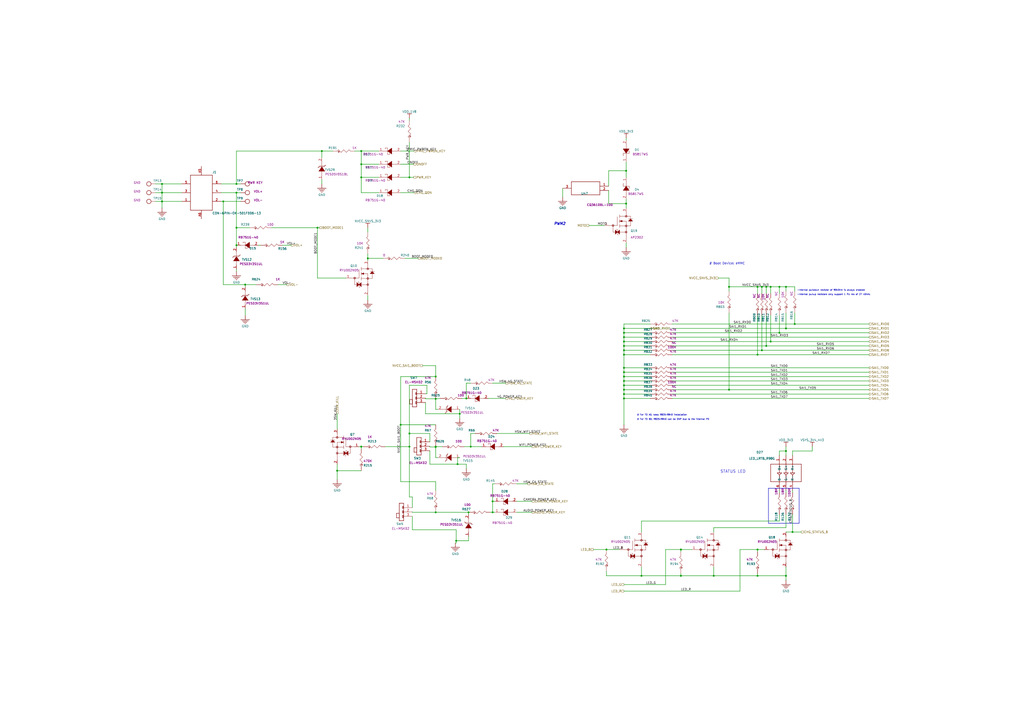
<source format=kicad_sch>
(kicad_sch (version 20231120) (generator "eeschema") (generator_version "8.0")
  (paper "A2")
  (title_block (title "Librem 5 Mainboard") (date "2024-03-21") (rev "v1.0.6") (company "Purism SPC") (comment 1 "GNU GPLv3+") (comment 2 "Copyright"))
  (junction (at 237.49 259.08))
  (junction (at 361.95 195.58))
  (junction (at 441.96 166.37))
  (junction (at 455.93 190.5))
  (junction (at 441.96 203.2))
  (junction (at 137.16 111.76))
  (junction (at 444.5 200.66))
  (junction (at 452.12 193.04))
  (junction (at 209.55 102.87))
  (junction (at 461.01 187.96))
  (junction (at 273.05 259.08))
  (junction (at 252.73 231.343))
  (junction (at 459.74 308.61))
  (junction (at 422.91 166.37))
  (junction (at 455.93 261.62))
  (junction (at 93.98 116.84))
  (junction (at 237.49 251.46))
  (junction (at 439.42 166.37))
  (junction (at 266.7 240.03))
  (junction (at 361.95 190.5))
  (junction (at 213.36 149.86))
  (junction (at 361.95 220.98))
  (junction (at 93.98 111.76))
  (junction (at 414.02 334.01))
  (junction (at 237.49 102.87))
  (junction (at 351.79 318.77))
  (junction (at 452.12 166.37))
  (junction (at 232.41 246.38))
  (junction (at 252.73 259.08))
  (junction (at 209.55 87.63))
  (junction (at 93.98 106.68))
  (junction (at 270.51 231.14))
  (junction (at 252.73 259.283))
  (junction (at 439.42 318.77))
  (junction (at 137.16 106.68))
  (junction (at 361.95 198.12))
  (junction (at 252.73 218.44))
  (junction (at 265.43 269.24))
  (junction (at 455.93 166.37))
  (junction (at 361.95 215.9))
  (junction (at 447.04 166.37))
  (junction (at 361.95 205.74))
  (junction (at 271.78 297.18))
  (junction (at 264.617 313.69))
  (junction (at 184.15 132.08))
  (junction (at 439.42 205.74))
  (junction (at 361.95 218.44))
  (junction (at 394.97 318.77))
  (junction (at 422.91 226.06))
  (junction (at 186.69 87.63))
  (junction (at 361.95 193.04))
  (junction (at 209.55 259.08))
  (junction (at 361.95 200.66))
  (junction (at 361.95 231.14))
  (junction (at 361.95 223.52))
  (junction (at 372.11 334.01))
  (junction (at 142.24 165.1))
  (junction (at 252.73 297.18))
  (junction (at 363.22 99.06))
  (junction (at 361.95 228.6))
  (junction (at 394.97 334.01))
  (junction (at 439.42 334.01))
  (junction (at 129.54 116.84))
  (junction (at 363.22 118.11))
  (junction (at 455.93 334.01))
  (junction (at 137.16 132.08))
  (junction (at 361.95 203.2))
  (junction (at 285.75 290.83))
  (junction (at 209.55 95.25))
  (junction (at 444.5 166.37))
  (junction (at 447.04 198.12))
  (junction (at 361.95 213.36))
  (junction (at 285.75 297.18))
  (junction (at 195.58 273.05))
  (junction (at 137.16 142.24))
  (junction (at 361.95 226.06))
  (wire (pts (xy 252.73 259.283) (xy 252.73 265.43)) (stroke (width 0.254)))
  (wire (pts (xy 363.22 99.06) (xy 363.22 102.87)) (stroke (width 0.254)))
  (wire (pts (xy 422.91 226.06) (xy 422.91 181.61)) (stroke (width 0.254)))
  (wire (pts (xy 209.55 87.63) (xy 219.71 87.63)) (stroke (width 0.254)))
  (polyline (pts (xy 463.55 303.53) (xy 463.55 283.21)) (stroke (width 0.254) (type solid)))
  (polyline (pts (xy 445.77 283.21) (xy 445.77 303.53)) (stroke (width 0.254) (type solid)))
  (wire (pts (xy 239.217 288.29) (xy 239.217 294.437)) (stroke (width 0.254)))
  (wire (pts (xy 129.54 116.84) (xy 129.54 165.1)) (stroke (width 0.254)))
  (wire (pts (xy 439.42 334.01) (xy 455.93 334.01)) (stroke (width 0.254)))
  (wire (pts (xy 389.89 205.74) (xy 439.42 205.74)) (stroke (width 0.254)))
  (wire (pts (xy 363.22 81.28) (xy 363.22 80.01)) (stroke (width 0.254)))
  (wire (pts (xy 439.42 205.74) (xy 504.19 205.74)) (stroke (width 0.254)))
  (wire (pts (xy 232.41 246.38) (xy 232.41 218.44)) (stroke (width 0.254)))
  (wire (pts (xy 288.29 251.46) (xy 307.34 251.46)) (stroke (width 0.254)))
  (wire (pts (xy 142.24 165.1) (xy 142.24 166.37)) (stroke (width 0.254)))
  (wire (pts (xy 209.55 111.76) (xy 219.71 111.76)) (stroke (width 0.254)))
  (wire (pts (xy 213.36 171.45) (xy 213.36 173.99)) (stroke (width 0.254)))
  (wire (pts (xy 389.89 198.12) (xy 447.04 198.12)) (stroke (width 0.254)))
  (wire (pts (xy 353.06 99.06) (xy 363.22 99.06)) (stroke (width 0.254)))
  (wire (pts (xy 252.73 265.43) (xy 254 265.43)) (stroke (width 0.254)))
  (wire (pts (xy 269.24 259.08) (xy 273.05 259.08)) (stroke (width 0.254)))
  (wire (pts (xy 361.95 220.98) (xy 377.19 220.98)) (stroke (width 0.254)))
  (wire (pts (xy 439.42 332.74) (xy 439.42 334.01)) (stroke (width 0.254)))
  (wire (pts (xy 386.08 318.77) (xy 394.97 318.77)) (stroke (width 0.254)))
  (wire (pts (xy 232.41 279.4) (xy 232.41 246.38)) (stroke (width 0.254)))
  (wire (pts (xy 361.95 205.74) (xy 377.19 205.74)) (stroke (width 0.254)))
  (wire (pts (xy 353.06 110.49) (xy 353.06 118.11)) (stroke (width 0.254)))
  (wire (pts (xy 237.49 251.46) (xy 249.377 251.46)) (stroke (width 0.254)))
  (wire (pts (xy 389.89 226.06) (xy 422.91 226.06)) (stroke (width 0.254)))
  (wire (pts (xy 285.75 280.67) (xy 285.75 290.83)) (stroke (width 0.254)))
  (wire (pts (xy 209.55 102.87) (xy 209.55 111.76)) (stroke (width 0.254)))
  (wire (pts (xy 210.82 259.08) (xy 209.55 259.08)) (stroke (width 0.254)))
  (wire (pts (xy 223.52 259.08) (xy 237.49 259.08)) (stroke (width 0.254)))
  (wire (pts (xy 213.36 151.13) (xy 213.36 149.86)) (stroke (width 0.254)))
  (wire (pts (xy 137.16 143.51) (xy 137.16 142.24)) (stroke (width 0.254)))
  (wire (pts (xy 186.69 87.63) (xy 137.16 87.63)) (stroke (width 0.254)))
  (wire (pts (xy 93.98 116.84) (xy 105.41 116.84)) (stroke (width 0.254)))
  (wire (pts (xy 394.97 334.01) (xy 414.02 334.01)) (stroke (width 0.254)))
  (wire (pts (xy 137.16 87.63) (xy 137.16 106.68)) (stroke (width 0.254)))
  (wire (pts (xy 361.95 195.58) (xy 361.95 198.12)) (stroke (width 0.254)))
  (wire (pts (xy 161.29 165.1) (xy 166.37 165.1)) (stroke (width 0.254)))
  (wire (pts (xy 361.95 231.14) (xy 377.19 231.14)) (stroke (width 0.254)))
  (wire (pts (xy 249.377 259.283) (xy 249.377 258.877)) (stroke (width 0.254)))
  (wire (pts (xy 361.95 218.44) (xy 361.95 220.98)) (stroke (width 0.254)))
  (wire (pts (xy 209.55 273.05) (xy 195.58 273.05)) (stroke (width 0.254)))
  (wire (pts (xy 377.19 190.5) (xy 389.89 190.5)) (stroke (width 0.0508)))
  (wire (pts (xy 350.52 130.81) (xy 341.63 130.81)) (stroke (width 0.254)))
  (wire (pts (xy 256.54 259.08) (xy 252.73 259.08)) (stroke (width 0.254)))
  (wire (pts (xy 459.74 308.61) (xy 455.93 308.61)) (stroke (width 0.254)))
  (wire (pts (xy 209.55 259.08) (xy 208.28 259.08)) (stroke (width 0.254)))
  (wire (pts (xy 441.96 166.37) (xy 439.42 166.37)) (stroke (width 0.254)))
  (wire (pts (xy 353.06 118.11) (xy 363.22 118.11)) (stroke (width 0.254)))
  (wire (pts (xy 271.78 311.15) (xy 271.78 313.69)) (stroke (width 0.254)))
  (wire (pts (xy 195.58 248.92) (xy 195.58 240.03)) (stroke (width 0.254)))
  (wire (pts (xy 394.97 318.77) (xy 401.32 318.77)) (stroke (width 0.254)))
  (wire (pts (xy 461.01 168.91) (xy 461.01 166.37)) (stroke (width 0.254)))
  (wire (pts (xy 287.02 280.67) (xy 285.75 280.67)) (stroke (width 0.254)))
  (wire (pts (xy 363.22 118.11) (xy 363.22 115.57)) (stroke (width 0.254)))
  (wire (pts (xy 389.89 215.9) (xy 504.19 215.9)) (stroke (width 0.254)))
  (wire (pts (xy 219.71 102.87) (xy 209.55 102.87)) (stroke (width 0.254)))
  (wire (pts (xy 129.54 116.84) (xy 128.27 116.84)) (stroke (width 0.254)))
  (wire (pts (xy 361.95 218.44) (xy 377.19 218.44)) (stroke (width 0.254)))
  (wire (pts (xy 285.75 290.83) (xy 285.75 297.18)) (stroke (width 0.254)))
  (wire (pts (xy 213.36 134.62) (xy 213.36 132.08)) (stroke (width 0.254)))
  (wire (pts (xy 441.96 170.18) (xy 441.96 166.37)) (stroke (width 0.254)))
  (wire (pts (xy 452.12 170.18) (xy 452.12 166.37)) (stroke (width 0.254)))
  (wire (pts (xy 93.98 111.76) (xy 93.98 116.84)) (stroke (width 0.254)))
  (wire (pts (xy 439.42 166.37) (xy 422.91 166.37)) (stroke (width 0.254)))
  (wire (pts (xy 361.95 220.98) (xy 361.95 223.52)) (stroke (width 0.254)))
  (wire (pts (xy 273.05 222.25) (xy 270.51 222.25)) (stroke (width 0.254)))
  (wire (pts (xy 209.55 95.25) (xy 209.55 87.63)) (stroke (width 0.254)))
  (wire (pts (xy 351.79 318.77) (xy 344.17 318.77)) (stroke (width 0.254)))
  (wire (pts (xy 439.42 318.77) (xy 443.23 318.77)) (stroke (width 0.254)))
  (wire (pts (xy 455.93 298.45) (xy 455.93 306.07)) (stroke (width 0.254)))
  (wire (pts (xy 361.95 193.04) (xy 361.95 195.58)) (stroke (width 0.254)))
  (wire (pts (xy 455.93 284.48) (xy 455.93 285.75)) (stroke (width 0.254)))
  (wire (pts (xy 237.49 69.85) (xy 237.49 68.58)) (stroke (width 0.254)))
  (wire (pts (xy 265.43 269.24) (xy 270.51 269.24)) (stroke (width 0.254)))
  (wire (pts (xy 361.95 228.6) (xy 361.95 231.14)) (stroke (width 0.254)))
  (wire (pts (xy 377.19 193.04) (xy 361.95 193.04)) (stroke (width 0.254)))
  (wire (pts (xy 361.95 190.5) (xy 361.95 187.96)) (stroke (width 0.254)))
  (wire (pts (xy 459.74 285.75) (xy 459.74 284.48)) (stroke (width 0.254)))
  (wire (pts (xy 232.41 102.87) (xy 237.49 102.87)) (stroke (width 0.254)))
  (wire (pts (xy 455.93 334.01) (xy 455.93 328.93)) (stroke (width 0.254)))
  (wire (pts (xy 394.97 320.04) (xy 394.97 318.77)) (stroke (width 0.254)))
  (wire (pts (xy 195.58 269.24) (xy 195.58 273.05)) (stroke (width 0.254)))
  (wire (pts (xy 363.22 120.65) (xy 363.22 118.11)) (stroke (width 0.254)))
  (wire (pts (xy 252.73 259.283) (xy 252.73 259.08)) (stroke (width 0.254)))
  (wire (pts (xy 163.83 142.24) (xy 168.91 142.24)) (stroke (width 0.254)))
  (wire (pts (xy 246.837 231.343) (xy 246.837 230.937)) (stroke (width 0.254)))
  (wire (pts (xy 252.73 297.18) (xy 271.78 297.18)) (stroke (width 0.254)))
  (wire (pts (xy 447.04 170.18) (xy 447.04 166.37)) (stroke (width 0.254)))
  (wire (pts (xy 265.43 265.43) (xy 265.43 269.24)) (stroke (width 0.254)))
  (wire (pts (xy 142.24 179.07) (xy 142.24 182.88)) (stroke (width 0.254)))
  (wire (pts (xy 444.5 166.37) (xy 441.96 166.37)) (stroke (width 0.254)))
  (wire (pts (xy 205.74 87.63) (xy 209.55 87.63)) (stroke (width 0.254)))
  (wire (pts (xy 252.73 246.38) (xy 232.41 246.38)) (stroke (width 0.254)))
  (wire (pts (xy 455.93 166.37) (xy 452.12 166.37)) (stroke (width 0.254)))
  (wire (pts (xy 471.17 261.62) (xy 471.17 259.08)) (stroke (width 0.254)))
  (wire (pts (xy 252.73 231.343) (xy 246.837 231.343)) (stroke (width 0.254)))
  (wire (pts (xy 361.95 213.36) (xy 377.19 213.36)) (stroke (width 0.254)))
  (wire (pts (xy 389.89 231.14) (xy 504.19 231.14)) (stroke (width 0.254)))
  (wire (pts (xy 184.15 132.08) (xy 184.15 161.29)) (stroke (width 0.254)))
  (wire (pts (xy 389.89 193.04) (xy 452.12 193.04)) (stroke (width 0.254)))
  (wire (pts (xy 386.08 339.09) (xy 386.08 318.77)) (stroke (width 0.254)))
  (wire (pts (xy 137.16 111.76) (xy 139.7 111.76)) (stroke (width 0.254)))
  (wire (pts (xy 351.79 334.01) (xy 372.11 334.01)) (stroke (width 0.254)))
  (wire (pts (xy 361.95 193.04) (xy 361.95 190.5)) (stroke (width 0.254)))
  (wire (pts (xy 270.51 269.24) (xy 270.51 271.78)) (stroke (width 0.254)))
  (wire (pts (xy 299.72 297.18) (xy 308.61 297.18)) (stroke (width 0.254)))
  (wire (pts (xy 447.04 198.12) (xy 504.19 198.12)) (stroke (width 0.254)))
  (wire (pts (xy 237.49 102.87) (xy 240.03 102.87)) (stroke (width 0.254)))
  (wire (pts (xy 273.05 251.46) (xy 273.05 259.08)) (stroke (width 0.254)))
  (wire (pts (xy 414.02 334.01) (xy 439.42 334.01)) (stroke (width 0.254)))
  (wire (pts (xy 252.73 284.48) (xy 252.73 279.4)) (stroke (width 0.254)))
  (wire (pts (xy 264.617 313.69) (xy 264.617 314.96)) (stroke (width 0.254)))
  (wire (pts (xy 444.5 182.88) (xy 444.5 200.66)) (stroke (width 0.254)))
  (wire (pts (xy 90.17 111.76) (xy 93.98 111.76)) (stroke (width 0.254)))
  (wire (pts (xy 128.27 111.76) (xy 137.16 111.76)) (stroke (width 0.254)))
  (wire (pts (xy 252.73 279.4) (xy 232.41 279.4)) (stroke (width 0.254)))
  (wire (pts (xy 237.49 223.52) (xy 247.65 223.52)) (stroke (width 0.254)))
  (wire (pts (xy 285.75 222.25) (xy 293.37 222.25)) (stroke (width 0.254)))
  (wire (pts (xy 246.837 240.03) (xy 246.837 233.477)) (stroke (width 0.254)))
  (wire (pts (xy 184.15 161.29) (xy 200.66 161.29)) (stroke (width 0.254)))
  (wire (pts (xy 299.72 280.67) (xy 306.07 280.67)) (stroke (width 0.254)))
  (wire (pts (xy 439.42 320.04) (xy 439.42 318.77)) (stroke (width 0.254)))
  (wire (pts (xy 461.01 181.61) (xy 461.01 187.96)) (stroke (width 0.254)))
  (wire (pts (xy 137.16 156.21) (xy 137.16 157.48)) (stroke (width 0.254)))
  (wire (pts (xy 90.17 116.84) (xy 93.98 116.84)) (stroke (width 0.254)))
  (wire (pts (xy 247.65 223.52) (xy 247.65 228.397)) (stroke (width 0.254)))
  (wire (pts (xy 459.74 298.45) (xy 459.74 308.61)) (stroke (width 0.254)))
  (wire (pts (xy 144.78 132.08) (xy 137.16 132.08)) (stroke (width 0.254)))
  (wire (pts (xy 234.95 149.86) (xy 242.57 149.86)) (stroke (width 0.254)))
  (wire (pts (xy 232.41 218.44) (xy 252.73 218.44)) (stroke (width 0.254)))
  (wire (pts (xy 455.93 190.5) (xy 504.19 190.5)) (stroke (width 0.254)))
  (wire (pts (xy 292.1 259.08) (xy 308.61 259.08)) (stroke (width 0.254)))
  (wire (pts (xy 266.7 240.03) (xy 246.837 240.03)) (stroke (width 0.254)))
  (wire (pts (xy 444.5 200.66) (xy 504.19 200.66)) (stroke (width 0.254)))
  (wire (pts (xy 452.12 166.37) (xy 447.04 166.37)) (stroke (width 0.254)))
  (wire (pts (xy 93.98 106.68) (xy 93.98 111.76)) (stroke (width 0.254)))
  (wire (pts (xy 459.74 264.16) (xy 459.74 261.62)) (stroke (width 0.254)))
  (wire (pts (xy 213.36 149.86) (xy 213.36 147.32)) (stroke (width 0.254)))
  (wire (pts (xy 389.89 220.98) (xy 504.19 220.98)) (stroke (width 0.254)))
  (wire (pts (xy 252.73 218.44) (xy 252.73 212.09)) (stroke (width 0.254)))
  (wire (pts (xy 186.69 104.14) (xy 186.69 106.68)) (stroke (width 0.254)))
  (wire (pts (xy 252.73 259.283) (xy 249.377 259.283)) (stroke (width 0.254)))
  (wire (pts (xy 252.73 231.343) (xy 252.73 231.14)) (stroke (width 0.254)))
  (wire (pts (xy 361.95 226.06) (xy 361.95 228.6)) (stroke (width 0.254)))
  (wire (pts (xy 137.16 142.24) (xy 137.16 132.08)) (stroke (width 0.254)))
  (wire (pts (xy 275.59 251.46) (xy 273.05 251.46)) (stroke (width 0.254)))
  (wire (pts (xy 237.49 251.46) (xy 237.49 223.52)) (stroke (width 0.254)))
  (wire (pts (xy 361.95 342.9) (xy 429.26 342.9)) (stroke (width 0.254)))
  (wire (pts (xy 455.93 261.62) (xy 452.12 261.62)) (stroke (width 0.254)))
  (wire (pts (xy 148.59 165.1) (xy 142.24 165.1)) (stroke (width 0.254)))
  (wire (pts (xy 271.78 298.45) (xy 271.78 297.18)) (stroke (width 0.254)))
  (wire (pts (xy 361.95 215.9) (xy 377.19 215.9)) (stroke (width 0.254)))
  (wire (pts (xy 232.41 95.25) (xy 240.03 95.25)) (stroke (width 0.254)))
  (wire (pts (xy 247.65 228.397) (xy 246.837 228.397)) (stroke (width 0.254)))
  (wire (pts (xy 389.89 195.58) (xy 504.19 195.58)) (stroke (width 0.254)))
  (wire (pts (xy 285.75 297.18) (xy 287.02 297.18)) (stroke (width 0.254)))
  (wire (pts (xy 249.377 251.46) (xy 249.377 256.337)) (stroke (width 0.254)))
  (wire (pts (xy 186.69 91.44) (xy 186.69 87.63)) (stroke (width 0.254)))
  (wire (pts (xy 361.95 223.52) (xy 377.19 223.52)) (stroke (width 0.254)))
  (wire (pts (xy 239.217 307.34) (xy 239.217 299.517)) (stroke (width 0.254)))
  (wire (pts (xy 422.91 166.37) (xy 422.91 168.91)) (stroke (width 0.254)))
  (wire (pts (xy 252.73 297.18) (xy 239.217 297.18)) (stroke (width 0.254)))
  (wire (pts (xy 422.91 226.06) (xy 504.19 226.06)) (stroke (width 0.254)))
  (wire (pts (xy 252.73 212.09) (xy 245.11 212.09)) (stroke (width 0.254)))
  (wire (pts (xy 266.7 265.43) (xy 265.43 265.43)) (stroke (width 0.254)))
  (wire (pts (xy 361.95 203.2) (xy 377.19 203.2)) (stroke (width 0.254)))
  (wire (pts (xy 372.11 328.93) (xy 372.11 334.01)) (stroke (width 0.254)))
  (wire (pts (xy 389.89 223.52) (xy 504.19 223.52)) (stroke (width 0.254)))
  (wire (pts (xy 439.42 182.88) (xy 439.42 205.74)) (stroke (width 0.254)))
  (wire (pts (xy 326.39 109.22) (xy 326.39 114.3)) (stroke (width 0.254)))
  (wire (pts (xy 90.17 106.68) (xy 93.98 106.68)) (stroke (width 0.254)))
  (wire (pts (xy 389.89 213.36) (xy 504.19 213.36)) (stroke (width 0.254)))
  (wire (pts (xy 252.73 237.49) (xy 252.73 231.343)) (stroke (width 0.254)))
  (wire (pts (xy 93.98 111.76) (xy 105.41 111.76)) (stroke (width 0.254)))
  (wire (pts (xy 222.25 149.86) (xy 213.36 149.86)) (stroke (width 0.254)))
  (wire (pts (xy 361.95 198.12) (xy 377.19 198.12)) (stroke (width 0.254)))
  (wire (pts (xy 389.89 203.2) (xy 441.96 203.2)) (stroke (width 0.254)))
  (wire (pts (xy 267.97 231.14) (xy 270.51 231.14)) (stroke (width 0.254)))
  (wire (pts (xy 265.43 269.24) (xy 249.377 269.24)) (stroke (width 0.254)))
  (wire (pts (xy 157.48 132.08) (xy 184.15 132.08)) (stroke (width 0.254)))
  (wire (pts (xy 359.41 318.77) (xy 351.79 318.77)) (stroke (width 0.254)))
  (wire (pts (xy 455.93 261.62) (xy 455.93 259.08)) (stroke (width 0.254)))
  (wire (pts (xy 361.95 213.36) (xy 361.95 215.9)) (stroke (width 0.254)))
  (wire (pts (xy 461.01 187.96) (xy 504.19 187.96)) (stroke (width 0.254)))
  (wire (pts (xy 237.49 288.29) (xy 239.217 288.29)) (stroke (width 0.254)))
  (wire (pts (xy 255.27 231.14) (xy 252.73 231.343)) (stroke (width 0.254)))
  (wire (pts (xy 455.93 168.91) (xy 455.93 166.37)) (stroke (width 0.254)))
  (wire (pts (xy 361.95 205.74) (xy 361.95 213.36)) (stroke (width 0.254)))
  (wire (pts (xy 447.04 166.37) (xy 444.5 166.37)) (stroke (width 0.254)))
  (wire (pts (xy 361.95 195.58) (xy 377.19 195.58)) (stroke (width 0.254)))
  (wire (pts (xy 455.93 334.01) (xy 455.93 336.55)) (stroke (width 0.254)))
  (wire (pts (xy 351.79 331.47) (xy 351.79 334.01)) (stroke (width 0.254)))
  (wire (pts (xy 195.58 273.05) (xy 195.58 278.13)) (stroke (width 0.254)))
  (wire (pts (xy 452.12 193.04) (xy 504.19 193.04)) (stroke (width 0.254)))
  (wire (pts (xy 353.06 107.95) (xy 353.06 99.06)) (stroke (width 0.254)))
  (wire (pts (xy 239.217 297.18) (xy 239.217 296.977)) (stroke (width 0.254)))
  (wire (pts (xy 455.93 181.61) (xy 455.93 190.5)) (stroke (width 0.254)))
  (wire (pts (xy 237.49 82.55) (xy 237.49 102.87)) (stroke (width 0.254)))
  (wire (pts (xy 149.86 142.24) (xy 151.13 142.24)) (stroke (width 0.254)))
  (wire (pts (xy 389.89 187.96) (xy 461.01 187.96)) (stroke (width 0.254)))
  (wire (pts (xy 363.22 143.51) (xy 363.22 140.97)) (stroke (width 0.254)))
  (wire (pts (xy 361.95 190.5) (xy 377.19 190.5)) (stroke (width 0.254)))
  (wire (pts (xy 361.95 200.66) (xy 361.95 203.2)) (stroke (width 0.254)))
  (wire (pts (xy 266.7 237.49) (xy 266.7 240.03)) (stroke (width 0.254)))
  (wire (pts (xy 414.02 328.93) (xy 414.02 334.01)) (stroke (width 0.254)))
  (wire (pts (xy 361.95 223.52) (xy 361.95 226.06)) (stroke (width 0.254)))
  (wire (pts (xy 273.05 259.08) (xy 279.4 259.08)) (stroke (width 0.254)))
  (wire (pts (xy 266.7 242.57) (xy 266.7 240.03)) (stroke (width 0.254)))
  (wire (pts (xy 129.54 165.1) (xy 142.24 165.1)) (stroke (width 0.254)))
  (wire (pts (xy 283.21 231.14) (xy 293.37 231.14)) (stroke (width 0.254)))
  (wire (pts (xy 264.617 314.96) (xy 264.16 314.96)) (stroke (width 0.254)))
  (wire (pts (xy 287.02 290.83) (xy 285.75 290.83)) (stroke (width 0.254)))
  (wire (pts (xy 389.89 228.6) (xy 504.19 228.6)) (stroke (width 0.254)))
  (polyline (pts (xy 445.77 303.53) (xy 463.55 303.53)) (stroke (width 0.254) (type solid)))
  (wire (pts (xy 389.89 200.66) (xy 444.5 200.66)) (stroke (width 0.254)))
  (wire (pts (xy 452.12 302.26) (xy 372.11 302.26)) (stroke (width 0.254)))
  (wire (pts (xy 361.95 198.12) (xy 361.95 200.66)) (stroke (width 0.254)))
  (wire (pts (xy 461.01 166.37) (xy 455.93 166.37)) (stroke (width 0.254)))
  (wire (pts (xy 429.26 342.9) (xy 429.26 318.77)) (stroke (width 0.254)))
  (wire (pts (xy 422.91 161.29) (xy 416.56 161.29)) (stroke (width 0.254)))
  (wire (pts (xy 361.95 231.14) (xy 361.95 246.38)) (stroke (width 0.254)))
  (wire (pts (xy 361.95 215.9) (xy 361.95 218.44)) (stroke (width 0.254)))
  (wire (pts (xy 441.96 203.2) (xy 504.19 203.2)) (stroke (width 0.254)))
  (wire (pts (xy 441.96 182.88) (xy 441.96 203.2)) (stroke (width 0.254)))
  (wire (pts (xy 361.95 339.09) (xy 386.08 339.09)) (stroke (width 0.254)))
  (wire (pts (xy 459.74 308.61) (xy 464.82 308.61)) (stroke (width 0.254)))
  (wire (pts (xy 284.48 297.18) (xy 285.75 297.18)) (stroke (width 0.254)))
  (wire (pts (xy 186.69 87.63) (xy 193.04 87.63)) (stroke (width 0.254)))
  (wire (pts (xy 455.93 190.5) (xy 389.89 190.5)) (stroke (width 0.254)))
  (wire (pts (xy 372.11 302.26) (xy 372.11 308.61)) (stroke (width 0.254)))
  (wire (pts (xy 237.49 259.08) (xy 237.49 288.29)) (stroke (width 0.254)))
  (wire (pts (xy 137.16 132.08) (xy 137.16 111.76)) (stroke (width 0.254)))
  (wire (pts (xy 128.27 106.68) (xy 137.16 106.68)) (stroke (width 0.254)))
  (wire (pts (xy 232.41 111.76) (xy 240.03 111.76)) (stroke (width 0.254)))
  (wire (pts (xy 361.95 187.96) (xy 377.19 187.96)) (stroke (width 0.254)))
  (wire (pts (xy 459.74 261.62) (xy 471.17 261.62)) (stroke (width 0.254)))
  (wire (pts (xy 394.97 332.74) (xy 394.97 334.01)) (stroke (width 0.254)))
  (wire (pts (xy 455.93 264.16) (xy 455.93 261.62)) (stroke (width 0.254)))
  (wire (pts (xy 232.41 87.63) (xy 240.03 87.63)) (stroke (width 0.254)))
  (wire (pts (xy 455.93 306.07) (xy 414.02 306.07)) (stroke (width 0.254)))
  (wire (pts (xy 209.55 95.25) (xy 219.71 95.25)) (stroke (width 0.254)))
  (wire (pts (xy 361.95 228.6) (xy 377.19 228.6)) (stroke (width 0.254)))
  (wire (pts (xy 237.49 259.08) (xy 237.49 251.46)) (stroke (width 0.254)))
  (wire (pts (xy 439.42 170.18) (xy 439.42 166.37)) (stroke (width 0.254)))
  (polyline (pts (xy 463.55 283.21) (xy 445.77 283.21)) (stroke (width 0.254) (type solid)))
  (wire (pts (xy 363.22 93.98) (xy 363.22 99.06)) (stroke (width 0.254)))
  (wire (pts (xy 414.02 306.07) (xy 414.02 308.61)) (stroke (width 0.254)))
  (wire (pts (xy 129.54 116.84) (xy 139.7 116.84)) (stroke (width 0.254)))
  (wire (pts (xy 184.15 132.08) (xy 185.42 132.08)) (stroke (width 0.254)))
  (wire (pts (xy 271.78 313.69) (xy 264.617 313.69)) (stroke (width 0.254)))
  (wire (pts (xy 264.617 313.69) (xy 264.617 307.34)) (stroke (width 0.254)))
  (wire (pts (xy 299.72 290.83) (xy 308.61 290.83)) (stroke (width 0.254)))
  (wire (pts (xy 422.91 166.37) (xy 422.91 161.29)) (stroke (width 0.254)))
  (wire (pts (xy 429.26 318.77) (xy 439.42 318.77)) (stroke (width 0.254)))
  (wire (pts (xy 444.5 170.18) (xy 444.5 166.37)) (stroke (width 0.254)))
  (wire (pts (xy 452.12 298.45) (xy 452.12 302.26)) (stroke (width 0.254)))
  (wire (pts (xy 254 237.49) (xy 252.73 237.49)) (stroke (width 0.254)))
  (wire (pts (xy 361.95 203.2) (xy 361.95 205.74)) (stroke (width 0.254)))
  (wire (pts (xy 270.51 222.25) (xy 270.51 231.14)) (stroke (width 0.254)))
  (wire (pts (xy 452.12 261.62) (xy 452.12 264.16)) (stroke (width 0.254)))
  (wire (pts (xy 249.377 269.24) (xy 249.377 261.417)) (stroke (width 0.254)))
  (wire (pts (xy 209.55 102.87) (xy 209.55 95.25)) (stroke (width 0.254)))
  (wire (pts (xy 452.12 182.88) (xy 452.12 193.04)) (stroke (width 0.254)))
  (wire (pts (xy 361.95 226.06) (xy 377.19 226.06)) (stroke (width 0.254)))
  (wire (pts (xy 452.12 285.75) (xy 452.12 284.48)) (stroke (width 0.254)))
  (wire (pts (xy 93.98 106.68) (xy 105.41 106.68)) (stroke (width 0.254)))
  (wire (pts (xy 209.55 260.35) (xy 209.55 259.08)) (stroke (width 0.254)))
  (wire (pts (xy 389.89 218.44) (xy 504.19 218.44)) (stroke (width 0.254)))
  (wire (pts (xy 93.98 116.84) (xy 93.98 120.65)) (stroke (width 0.254)))
  (wire (pts (xy 137.16 106.68) (xy 139.7 106.68)) (stroke (width 0.254)))
  (wire (pts (xy 447.04 182.88) (xy 447.04 198.12)) (stroke (width 0.254)))
  (wire (pts (xy 264.617 307.34) (xy 239.217 307.34)) (stroke (width 0.254)))
  (wire (pts (xy 372.11 334.01) (xy 394.97 334.01)) (stroke (width 0.254)))
  (wire (pts (xy 361.95 200.66) (xy 377.19 200.66)) (stroke (width 0.254)))
  (text "-Internal pulldown resistor of 90kOhm is always enabled" (at 462.28 168.91 0) (effects (font (size 0.889 0.889)) (justify left bottom)))
  (text "# For TO A0, keep R825~R840 installation" (at 369.57 241.3 0) (effects (font (size 0.889 0.889)) (justify left bottom)))
  (text "-Internal pullup resistors only support 1 PU res of 27 kOhm;" (at 462.28 171.45 0) (effects (font (size 0.889 0.889)) (justify left bottom)))
  (text "PWM2" (at 321.31 130.81 0) (effects (font (size 1.524 1.524) (bold yes) (italic yes)) (justify left bottom)))
  (text "STATUS LED" (at 417.83 274.574 0) (effects (font (size 1.651 1.651)) (justify left bottom)))
  (text "# For TO B0, R825~R840 can be DNP due to the internal PD" (at 369.57 243.84 0) (effects (font (size 0.889 0.889)) (justify left bottom)))
  (text "# Boot Device: eMMC" (at 411.48 153.67 0) (effects (font (size 1.27 1.27)) (justify left bottom)))
  (label "SAI1_RXD1" (at 422.91 190.5 0))
  (label "CHG_STATUS_B" (at 459.74 303.53 90))
  (label "CHG_QON" (at 236.22 111.76 0))
  (label "WIFI_POWER_KEY" (at 300.99 259.08 0))
  (label "HSW_4G_STATE" (at 289.56 222.25 0))
  (label "VOL-" (at 163.83 165.1 0))
  (label "PWR_KEY" (at 237.49 92.71 90))
  (label "SAI1_RXD4" (at 417.83 198.12 0))
  (label "NVCC_SNVS_3V3" (at 430.53 166.37 0))
  (label "PMIC_PWRON_KEY" (at 236.22 87.63 0))
  (label "SAI1_TXD5" (at 463.55 226.06 0))
  (label "SAI1_RXD2" (at 420.37 193.04 0))
  (label "SAI1_TXD2" (at 447.04 218.44 0))
  (label "ONOFF" (at 236.22 95.25 0))
  (label "SAI1_RXD7" (at 471.17 205.74 0))
  (label "SAI1_RXD6" (at 473.71 203.2 0))
  (label "MOTO" (at 346.71 130.81 0))
  (label "AUDIO_POWER_KEY" (at 303.53 297.18 0))
  (label "HSW_WIFI_STATE" (at 298.45 251.46 0))
  (label "CAMERA_POWER_KEY" (at 303.53 290.83 0))
  (label "SAI1_RXD5" (at 473.71 200.66 0))
  (label "VOL+" (at 166.37 142.24 0))
  (label "SAI1_RXD0" (at 425.45 187.96 0))
  (label "SAI1_TXD6" (at 447.04 228.6 0))
  (label "HSW_CA_STATE" (at 303.53 280.67 0))
  (label "SAI1_TXD3" (at 447.04 220.98 0))
  (label "NVCC_SAI1_BOOT" (at 232.41 262.89 90))
  (label "SAI1_TXD1" (at 447.04 215.9 0))
  (label "BOOT_MODE0" (at 238.76 149.86 0))
  (label "SAI1_RXD3" (at 447.04 195.58 0))
  (label "LED_G" (at 374.65 339.09 0))
  (label "SAI1_TXD4" (at 447.04 223.52 0))
  (label "SAI1_TXD7" (at 447.04 231.14 0))
  (label "SAI1_TXD0" (at 447.04 213.36 0))
  (label "BOOT_MODE1" (at 184.15 147.32 90))
  (label "3SW_KILL" (at 195.58 243.84 90))
  (label "4G_POWER_KEY" (at 288.29 231.14 0))
  (label "LED_R" (at 394.97 342.9 0))
  (label "LED_B" (at 355.6 318.77 0))
  (hierarchical_label "HSW_4G_STATE" (shape passive) (at 293.37 222.25 0))
  (hierarchical_label "SAI1_RXD4" (shape passive) (at 504.19 198.12 0))
  (hierarchical_label "SAI1_RXD1" (shape passive) (at 504.19 190.5 0))
  (hierarchical_label "ONOFF" (shape passive) (at 240.03 95.25 0))
  (hierarchical_label "SAI1_RXD1" (shape bidirectional) (at 377.19 190.5 0))
  (hierarchical_label "SAI1_TXD0" (shape output) (at 504.19 213.36 0))
  (hierarchical_label "SAI1_RXD2" (shape passive) (at 504.19 193.04 0))
  (hierarchical_label "SAI1_TXD4" (shape output) (at 504.19 223.52 0))
  (hierarchical_label "AUDIO_POWER_KEY" (shape passive) (at 308.61 297.18 0))
  (hierarchical_label "CHG_QON" (shape input) (at 240.03 111.76 0))
  (hierarchical_label "SAI1_TXD6" (shape output) (at 504.19 228.6 0))
  (hierarchical_label "VOL-" (shape passive) (at 166.37 165.1 0))
  (hierarchical_label "VOL+" (shape passive) (at 168.91 142.24 0))
  (hierarchical_label "SAI1_RXD5" (shape passive) (at 504.19 200.66 0))
  (hierarchical_label "SAI1_RXD7" (shape passive) (at 504.19 205.74 0))
  (hierarchical_label "GND" (shape bidirectional) (at 377.19 190.5 0))
  (hierarchical_label "NVCC_SAI1_BOOT" (shape passive) (at 245.11 212.09 180))
  (hierarchical_label "HSW_CA_STATE" (shape passive) (at 306.07 280.67 0))
  (hierarchical_label "BOOT_MODE1" (shape passive) (at 185.42 132.08 0))
  (hierarchical_label "SAI1_TXD3" (shape output) (at 504.19 220.98 0))
  (hierarchical_label "4G_POWER_KEY" (shape passive) (at 293.37 231.14 0))
  (hierarchical_label "BOOT_MODE0" (shape passive) (at 242.57 149.86 0))
  (hierarchical_label "SAI1_TXD2" (shape output) (at 504.19 218.44 0))
  (hierarchical_label "SAI1_RXD6" (shape passive) (at 504.19 203.2 0))
  (hierarchical_label "PMIC_PWRON_KEY" (shape input) (at 240.03 87.63 0))
  (hierarchical_label "SAI1_TXD7" (shape output) (at 504.19 231.14 0))
  (hierarchical_label "NVCC_SNVS_3V3" (shape passive) (at 416.56 161.29 180))
  (hierarchical_label "WIFI_POWER_KEY" (shape passive) (at 308.61 259.08 0))
  (hierarchical_label "CHG_STATUS_B" (shape passive) (at 464.82 308.61 0))
  (hierarchical_label "CAMERA_POWER_KEY" (shape passive) (at 308.61 290.83 0))
  (hierarchical_label "LED_R" (shape passive) (at 361.95 342.9 180))
  (hierarchical_label "HSW_WIFI_STATE" (shape passive) (at 307.34 251.46 0))
  (hierarchical_label "PWR_KEY" (shape passive) (at 240.03 102.87 0))
  (hierarchical_label "SAI1_RXD0" (shape passive) (at 504.19 187.96 0))
  (hierarchical_label "SAI1_RXD3" (shape passive) (at 504.19 195.58 0))
  (hierarchical_label "MOTO" (shape passive) (at 341.63 130.81 180))
  (hierarchical_label "3SW_KILL" (shape passive) (at 195.58 240.03 90))
  (hierarchical_label "SAI1_TXD5" (shape output) (at 504.19 226.06 0))
  (hierarchical_label "SAI1_TXD1" (shape output) (at 504.19 215.9 0))
  (hierarchical_label "LED_G" (shape passive) (at 361.95 339.09 180))
  (hierarchical_label "LED_B" (shape passive) (at 344.17 318.77 180))
  (symbol (lib_id "C-11_BOOT_CFG:root_2_RES_2") (at 441.96 172.72 0) (unit 1)
    (property "Reference" "R809" (at 436.88 181.61 90) (effects (justify right top)))
    (property "Value" "RES_2" (effects (hide yes)))
    (property "Footprint" "RES-0201" (effects (hide yes)))
    (property "DESCRIPTION" "Z Resistor Chip 0201 10K Ohm 1/16W 1% RALEC" (effects (hide yes)))
    (property "PCB DECAL" "RES-0201" (effects (hide yes)))
    (property "VALUE" "NC" (at 436.88 170.18 90) (effects (justify right top)))
    (property "GEOMETRY.HEIGHT" "0.3MM" (effects (hide yes)))
    (property "PCB FOOTPRINT" "201" (effects (hide yes)))
  )
  (symbol (lib_id "C-11_BOOT_CFG:root_0_mirrored_TVS_0402_882") (at 264.16 240.03 0) (unit 1)
    (property "Reference" "TVS14" (at 275.59 237.49 0) (effects (justify right bottom)))
    (property "Value" "TVS_0402_882" (effects (hide yes)))
    (property "Footprint" "TVS-0402-882" (effects (hide yes)))
    (property "PCB DECAL" "TVS-0402-882" (effects (hide yes)))
    (property "DESCRIPTION" "IC ESD 3V3 200pF 30KV  SOD882 µ¥Ïò" (effects (hide yes)))
    (property "VALUE" "PESD3V3S1UL" (at 280.67 240.03 0) (effects (justify right bottom)))
    (property "GEOMETRY.HEIGHT" "0.5MM" (effects (hide yes)))
    (property "PCB FOOTPRINT" "SOD882 1x0.6x0.48mm" (effects (hide yes)))
    (property "MFG_NAME" "NXP" (effects (hide yes)))
  )
  (symbol (lib_id "C-11_BOOT_CFG:root_2_RES_2") (at 255.27 287.02 0) (unit 1)
    (property "Reference" "R68" (at 251.46 288.29 0) (effects (justify right top)))
    (property "Value" "RES_2" (effects (hide yes)))
    (property "Footprint" "RES-0201" (effects (hide yes)))
    (property "DESCRIPTION" "Resistor Chip 0201 47K Ohm 1/16W 1% RALEC" (effects (hide yes)))
    (property "PCB DECAL" "RES-0201" (effects (hide yes)))
    (property "VALUE" "47K" (at 251.46 285.75 0) (effects (justify right top)))
    (property "GEOMETRY.HEIGHT" "0.3MM" (effects (hide yes)))
    (property "PCB FOOTPRINT" "201" (effects (hide yes)))
  )
  (symbol (lib_id "C-11_BOOT_CFG:root_0_mirrored_DIODE_SCHTKY_0") (at 229.87 97.79 0) (unit 1)
    (property "Reference" "D11" (at 215.9 97.79 0) (effects (justify right bottom)))
    (property "Value" "DIODE_SCHTKY_0" (effects (hide yes)))
    (property "Footprint" "3D-SOD723" (effects (hide yes)))
    (property "PCB DECAL" "3D-SOD723" (effects (hide yes)))
    (property "DESCRIPTION" "Diode schottky SOD723 40V 30mA mark:5 RB751G-40 ³¤µç" (effects (hide yes)))
    (property "VALUE" "RB751G-40" (at 223.52 97.79 0) (effects (justify right bottom)))
    (property "GEOMETRY.HEIGHT" "0.55MM" (effects (hide yes)))
    (property "PCB FOOTPRINT" "SOD723  1x0.6x0.5mm" (effects (hide yes)))
  )
  (symbol (lib_id "C-11_BOOT_CFG:root_2_RES_2") (at 240.03 72.39 0) (unit 1)
    (property "Reference" "R232" (at 234.95 72.39 0) (effects (justify right top)))
    (property "Value" "RES_2" (effects (hide yes)))
    (property "Footprint" "RES-0201" (effects (hide yes)))
    (property "DESCRIPTION" "Resistor Chip 0201 47K Ohm 1/16W 1% RALEC" (effects (hide yes)))
    (property "PCB DECAL" "RES-0201" (effects (hide yes)))
    (property "VALUE" "47K" (at 234.95 69.85 0) (effects (justify right top)))
    (property "GEOMETRY.HEIGHT" "0.3MM" (effects (hide yes)))
    (property "PCB FOOTPRINT" "201" (effects (hide yes)))
  )
  (symbol (lib_id "C-11_BOOT_CFG:root_1_RES_2") (at 281.94 299.72 0) (unit 1)
    (property "Reference" "R627" (at 273.05 294.64 0) (effects (justify right top)))
    (property "Value" "RES_2" (effects (hide yes)))
    (property "Footprint" "RES-0201" (effects (hide yes)))
    (property "DESCRIPTION" "Resistor Chip 0201 100R Ohm 1/16W 1% RALEC" (effects (hide yes)))
    (property "PCB DECAL" "RES-0201" (effects (hide yes)))
    (property "VALUE" "100" (at 273.05 292.1 0) (effects (justify right top)))
    (property "GEOMETRY.HEIGHT" "0.3MM" (effects (hide yes)))
    (property "PCB FOOTPRINT" "201" (effects (hide yes)))
  )
  (symbol (lib_id "C-11_BOOT_CFG:GND") (at 264.16 314.96 0) (unit 1)
    (property "Reference" "#PWR?" (effects (hide yes)))
    (property "Value" "GND" (at 264.16 321.31 0))
  )
  (symbol (lib_id "C-11_BOOT_CFG:root_1_RES_2") (at 387.35 228.6 0) (unit 1)
    (property "Reference" "R838" (at 378.46 223.52 0) (effects (justify right top)))
    (property "Value" "RES_2" (effects (hide yes)))
    (property "Footprint" "RES-0201" (effects (hide yes)))
    (property "DESCRIPTION" "Z Resistor Chip 0201 10K Ohm 1/16W 1% RALEC" (effects (hide yes)))
    (property "PCB DECAL" "RES-0201" (effects (hide yes)))
    (property "VALUE" "NC" (at 392.43 223.52 0) (effects (justify right top)))
    (property "GEOMETRY.HEIGHT" "0.3MM" (effects (hide yes)))
    (property "PCB FOOTPRINT" "201" (effects (hide yes)))
  )
  (symbol (lib_id "C-11_BOOT_CFG:root_0_2SK3018") (at 203.2 168.91 0) (unit 1)
    (property "Reference" "Q10" (at 203.2 154.94 0) (effects (justify left bottom)))
    (property "Value" "2SK3018" (effects (hide yes)))
    (property "Footprint" "DTC123JUA" (effects (hide yes)))
    (property "DESCRIPTION" "TRAN NMOS SW 0.9V DRIVE 50V UMT3" (effects (hide yes)))
    (property "PCB DECAL" "DTC123JUA" (effects (hide yes)))
    (property "VALUE" "RYU002N05" (at 196.85 157.48 0) (effects (justify left bottom)))
    (property "GEOMETRY.HEIGHT" "1.0MM" (effects (hide yes)))
    (property "PCB FOOTPRINT" "UMT3  2x2.1mm" (effects (hide yes)))
    (property "MFG_NAME" "ROHM" (effects (hide yes)))
  )
  (symbol (lib_id "C-11_BOOT_CFG:root_1_RES_2") (at 266.7 261.62 0) (unit 1)
    (property "Reference" "R626" (at 257.81 255.27 0) (effects (justify right top)))
    (property "Value" "RES_2" (effects (hide yes)))
    (property "Footprint" "RES-0201" (effects (hide yes)))
    (property "DESCRIPTION" "Resistor Chip 0201 100R Ohm 1/16W 1% RALEC" (effects (hide yes)))
    (property "PCB DECAL" "RES-0201" (effects (hide yes)))
    (property "VALUE" "100" (at 267.97 255.27 0) (effects (justify right top)))
    (property "GEOMETRY.HEIGHT" "0.3MM" (effects (hide yes)))
    (property "PCB FOOTPRINT" "201" (effects (hide yes)))
  )
  (symbol (lib_id "C-11_BOOT_CFG:VDD_3V3") (at 363.22 80.01 180) (unit 1)
    (property "Reference" "#PWR?" (effects (hide yes)))
    (property "Value" "VDD_3V3" (at 363.22 76.2 0))
  )
  (symbol (lib_id "C-11_BOOT_CFG:root_2_T_POINT_R") (at 144.78 114.3 0) (unit 1)
    (property "Reference" "TP9" (at 140.97 114.3 0) (effects (justify right top)))
    (property "Value" "T_POINT_R" (effects (hide yes)))
    (property "Footprint" "SIP-1PF" (effects (hide yes)))
    (property "DESCRIPTION" "Z" (effects (hide yes)))
    (property "PCB DECAL" "SIP-1PF" (effects (hide yes)))
    (property "VALUE" "VOL-" (at 152.4 116.84 0) (effects (justify right bottom)))
  )
  (symbol (lib_id "C-11_BOOT_CFG:root_2_RES_2") (at 215.9 137.16 0) (unit 1)
    (property "Reference" "R241" (at 210.82 143.002 0) (effects (justify right top)))
    (property "Value" "RES_2" (effects (hide yes)))
    (property "Footprint" "RES-0201" (effects (hide yes)))
    (property "DESCRIPTION" "Resistor Chip 0201 10K Ohm 1/16W 1% RALEC" (effects (hide yes)))
    (property "PCB DECAL" "RES-0201" (effects (hide yes)))
    (property "VALUE" "10K" (at 210.82 140.462 0) (effects (justify right top)))
    (property "GEOMETRY.HEIGHT" "0.3MM" (effects (hide yes)))
    (property "PCB FOOTPRINT" "201" (effects (hide yes)))
  )
  (symbol (lib_id "C-11_BOOT_CFG:root_1_RES_2") (at 161.29 144.78 0) (unit 1)
    (property "Reference" "R156" (at 166.37 143.51 0) (effects (justify right top)))
    (property "Value" "RES_2" (effects (hide yes)))
    (property "Footprint" "RES-0201" (effects (hide yes)))
    (property "DESCRIPTION" "Resistor Chip 0201 1K Ohm 1/16W 1% RALEC" (effects (hide yes)))
    (property "PCB DECAL" "RES-0201" (effects (hide yes)))
    (property "VALUE" "1K" (at 165.1 139.7 0) (effects (justify right top)))
    (property "GEOMETRY.HEIGHT" "0.3MM" (effects (hide yes)))
    (property "PCB FOOTPRINT" "201" (effects (hide yes)))
  )
  (symbol (lib_id "C-11_BOOT_CFG:root_2_T_POINT_R") (at 144.78 104.14 0) (unit 1)
    (property "Reference" "TP7" (at 140.97 104.14 0) (effects (justify right top)))
    (property "Value" "T_POINT_R" (effects (hide yes)))
    (property "Footprint" "SIP-1PF" (effects (hide yes)))
    (property "DESCRIPTION" "Z" (effects (hide yes)))
    (property "PCB DECAL" "SIP-1PF" (effects (hide yes)))
    (property "VALUE" "PWR KEY" (at 152.4 106.68 0) (effects (justify right bottom)))
  )
  (symbol (lib_id "C-11_BOOT_CFG:root_0_mirrored_DIODE_SCHTKY_0") (at 147.32 144.78 0) (unit 1)
    (property "Reference" "D15" (at 148.59 144.78 0) (effects (justify right bottom)))
    (property "Value" "DIODE_SCHTKY_0" (effects (hide yes)))
    (property "Footprint" "3D-SOD723" (effects (hide yes)))
    (property "PCB DECAL" "3D-SOD723" (effects (hide yes)))
    (property "DESCRIPTION" "Diode schottky SOD723 40V 30mA mark:5 RB751G-40 ³¤µç" (effects (hide yes)))
    (property "VALUE" "RB751G-40" (at 149.86 138.43 0) (effects (justify right bottom)))
    (property "GEOMETRY.HEIGHT" "0.55MM" (effects (hide yes)))
    (property "PCB FOOTPRINT" "SOD723  1x0.6x0.5mm" (effects (hide yes)))
  )
  (symbol (lib_id "C-11_BOOT_CFG:GND") (at 270.51 271.78 0) (unit 1)
    (property "Reference" "#PWR?" (effects (hide yes)))
    (property "Value" "GND" (at 270.51 278.13 0))
  )
  (symbol (lib_id "C-11_BOOT_CFG:root_1_RES_2") (at 387.35 195.58 0) (unit 1)
    (property "Reference" "R827" (at 378.46 190.5 0) (effects (justify right top)))
    (property "Value" "RES_2" (effects (hide yes)))
    (property "Footprint" "RES-0201" (effects (hide yes)))
    (property "DESCRIPTION" "Resistor Chip 0201 47K Ohm 1/16W 1% RALEC" (effects (hide yes)))
    (property "PCB DECAL" "RES-0201" (effects (hide yes)))
    (property "VALUE" "47K" (at 392.43 190.5 0) (effects (justify right top)))
    (property "GEOMETRY.HEIGHT" "0.3MM" (effects (hide yes)))
    (property "PCB FOOTPRINT" "201" (effects (hide yes)))
  )
  (symbol (lib_id "C-11_BOOT_CFG:root_3_mirrored_ZLLS400") (at 365.76 83.82 0) (unit 1)
    (property "Reference" "D1" (at 370.84 87.63 0) (effects (justify right bottom)))
    (property "Value" "ZLLS400" (effects (hide yes)))
    (property "Footprint" "3D-SOD-323" (effects (hide yes)))
    (property "PCB DECAL" "3D-SOD-323" (effects (hide yes)))
    (property "DESCRIPTION" "DIODE Schottky Barrier Diode SOD323" (effects (hide yes)))
    (property "VALUE" "B5817WS" (at 375.92 90.17 0) (effects (justify right bottom)))
    (property "GEOMETRY.HEIGHT" "1.2MM" (effects (hide yes)))
    (property "PCB FOOTPRINT" "SOD323  2x1.4x1.2mm" (effects (hide yes)))
  )
  (symbol (lib_id "C-11_BOOT_CFG:root_0_mirrored_DIODE_SCHTKY_0") (at 229.87 105.41 0) (unit 1)
    (property "Reference" "D9" (at 215.9 105.41 0) (effects (justify right bottom)))
    (property "Value" "DIODE_SCHTKY_0" (effects (hide yes)))
    (property "Footprint" "3D-SOD723" (effects (hide yes)))
    (property "PCB DECAL" "3D-SOD723" (effects (hide yes)))
    (property "DESCRIPTION" "Diode schottky SOD723 40V 30mA mark:5 RB751G-40 ³¤µç" (effects (hide yes)))
    (property "VALUE" "RB751G-40" (at 223.52 105.41 0) (effects (justify right bottom)))
    (property "GEOMETRY.HEIGHT" "0.55MM" (effects (hide yes)))
    (property "PCB FOOTPRINT" "SOD723  1x0.6x0.5mm" (effects (hide yes)))
  )
  (symbol (lib_id "C-11_BOOT_CFG:root_0_2SK3018") (at 361.95 326.39 0) (unit 1)
    (property "Reference" "Q11" (at 361.95 312.42 0) (effects (justify left bottom)))
    (property "Value" "2SK3018" (effects (hide yes)))
    (property "Footprint" "DTC123JUA" (effects (hide yes)))
    (property "DESCRIPTION" "TRAN NMOS SW 0.9V DRIVE 50V UMT3" (effects (hide yes)))
    (property "PCB DECAL" "DTC123JUA" (effects (hide yes)))
    (property "VALUE" "RYU002N05" (at 354.33 314.96 0) (effects (justify left bottom)))
    (property "GEOMETRY.HEIGHT" "1.0MM" (effects (hide yes)))
    (property "PCB FOOTPRINT" "UMT3  2x2.1mm" (effects (hide yes)))
    (property "MFG_NAME" "ROHM" (effects (hide yes)))
  )
  (symbol (lib_id "C-11_BOOT_CFG:root_1_ZLLS400") (at 365.76 113.03 0) (unit 1)
    (property "Reference" "D4" (at 370.84 109.22 0) (effects (justify right top)))
    (property "Value" "ZLLS400" (effects (hide yes)))
    (property "Footprint" "3D-SOD-323" (effects (hide yes)))
    (property "PCB DECAL" "3D-SOD-323" (effects (hide yes)))
    (property "DESCRIPTION" "DIODE Schottky Barrier Diode SOD323" (effects (hide yes)))
    (property "VALUE" "B5817WS" (at 373.38 111.76 0) (effects (justify right top)))
    (property "GEOMETRY.HEIGHT" "1.2MM" (effects (hide yes)))
    (property "PCB FOOTPRINT" "SOD323  2x1.4x1.2mm" (effects (hide yes)))
  )
  (symbol (lib_id "C-11_BOOT_CFG:root_1_RES_2") (at 232.41 152.4 0) (unit 1)
    (property "Reference" "R240" (at 237.49 147.32 0) (effects (justify right top)))
    (property "Value" "RES_2" (effects (hide yes)))
    (property "Footprint" "RES-0201" (effects (hide yes)))
    (property "PCB DECAL" "RES-0201" (effects (hide yes)))
    (property "DESCRIPTION" "Resistor Chip 0201 0R Ohm 1/16W 1% RALEC" (effects (hide yes)))
    (property "VALUE" "0" (at 223.52 147.32 0) (effects (justify right top)))
    (property "GEOMETRY.HEIGHT" "0.3MM" (effects (hide yes)))
    (property "PCB FOOTPRINT" "201" (effects (hide yes)))
  )
  (symbol (lib_id "C-11_BOOT_CFG:VDD_3V3") (at 455.93 259.08 180) (unit 1)
    (property "Reference" "#PWR?" (effects (hide yes)))
    (property "Value" "VDD_3V3" (at 455.93 255.27 0))
  )
  (symbol (lib_id "C-11_BOOT_CFG:root_1_RES_2") (at 387.35 198.12 0) (unit 1)
    (property "Reference" "R828" (at 378.46 193.04 0) (effects (justify right top)))
    (property "Value" "RES_2" (effects (hide yes)))
    (property "Footprint" "RES-0201" (effects (hide yes)))
    (property "DESCRIPTION" "Resistor Chip 0201 47K Ohm 1/16W 1% RALEC" (effects (hide yes)))
    (property "PCB DECAL" "RES-0201" (effects (hide yes)))
    (property "VALUE" "47K" (at 392.43 193.04 0) (effects (justify right top)))
    (property "GEOMETRY.HEIGHT" "0.3MM" (effects (hide yes)))
    (property "PCB FOOTPRINT" "201" (effects (hide yes)))
  )
  (symbol (lib_id "C-11_BOOT_CFG:root_1_RES_2") (at 203.2 90.17 0) (unit 1)
    (property "Reference" "R191" (at 195.58 85.09 0) (effects (justify right top)))
    (property "Value" "RES_2" (effects (hide yes)))
    (property "Footprint" "RES-0201" (effects (hide yes)))
    (property "DESCRIPTION" "Resistor Chip 0201 1K Ohm 1/16W 1% RALEC" (effects (hide yes)))
    (property "PCB DECAL" "RES-0201" (effects (hide yes)))
    (property "VALUE" "1K" (at 207.01 85.09 0) (effects (justify right top)))
    (property "GEOMETRY.HEIGHT" "0.3MM" (effects (hide yes)))
    (property "PCB FOOTPRINT" "201" (effects (hide yes)))
  )
  (symbol (lib_id "C-11_BOOT_CFG:root_1_RES_2") (at 154.94 134.62 0) (unit 1)
    (property "Reference" "R239" (at 144.78 129.54 0) (effects (justify right top)))
    (property "Value" "RES_2" (effects (hide yes)))
    (property "Footprint" "RES-0201" (effects (hide yes)))
    (property "DESCRIPTION" "Resistor Chip 0201 100R Ohm 1/16W 1% RALEC" (effects (hide yes)))
    (property "PCB DECAL" "RES-0201" (effects (hide yes)))
    (property "VALUE" "100" (at 158.75 129.54 0) (effects (justify right top)))
    (property "GEOMETRY.HEIGHT" "0.3MM" (effects (hide yes)))
    (property "PCB FOOTPRINT" "201" (effects (hide yes)))
  )
  (symbol (lib_id "C-11_BOOT_CFG:root_1_RES_2") (at 387.35 231.14 0) (unit 1)
    (property "Reference" "R839" (at 378.46 226.06 0) (effects (justify right top)))
    (property "Value" "RES_2" (effects (hide yes)))
    (property "Footprint" "RES-0201" (effects (hide yes)))
    (property "DESCRIPTION" "Resistor Chip 0201 47K Ohm 1/16W 1% RALEC" (effects (hide yes)))
    (property "PCB DECAL" "RES-0201" (effects (hide yes)))
    (property "VALUE" "47K" (at 392.43 226.06 0) (effects (justify right top)))
    (property "GEOMETRY.HEIGHT" "0.3MM" (effects (hide yes)))
    (property "PCB FOOTPRINT" "201" (effects (hide yes)))
  )
  (symbol (lib_id "C-11_BOOT_CFG:GND") (at 137.16 157.48 0) (unit 1)
    (property "Reference" "#PWR?" (effects (hide yes)))
    (property "Value" "GND" (at 137.16 163.83 0))
  )
  (symbol (lib_id "C-11_BOOT_CFG:root_2_RES_2") (at 449.58 172.72 0) (unit 1)
    (property "Reference" "R812" (at 444.5 181.61 90) (effects (justify right top)))
    (property "Value" "RES_2" (effects (hide yes)))
    (property "Footprint" "RES-0201" (effects (hide yes)))
    (property "DESCRIPTION" "Z Resistor Chip 0201 10K Ohm 1/16W 1% RALEC" (effects (hide yes)))
    (property "PCB DECAL" "RES-0201" (effects (hide yes)))
    (property "VALUE" "NC" (at 444.5 170.18 90) (effects (justify right top)))
    (property "GEOMETRY.HEIGHT" "0.3MM" (effects (hide yes)))
    (property "PCB FOOTPRINT" "201" (effects (hide yes)))
  )
  (symbol (lib_id "C-11_BOOT_CFG:root_1_RES_2") (at 387.35 220.98 0) (unit 1)
    (property "Reference" "R835" (at 378.46 215.9 0) (effects (justify right top)))
    (property "Value" "RES_2" (effects (hide yes)))
    (property "Footprint" "RES-0201" (effects (hide yes)))
    (property "DESCRIPTION" "Resistor Chip 0201 47K Ohm 1/16W 1% RALEC" (effects (hide yes)))
    (property "PCB DECAL" "RES-0201" (effects (hide yes)))
    (property "VALUE" "47K" (at 392.43 215.9 0) (effects (justify right top)))
    (property "GEOMETRY.HEIGHT" "0.3MM" (effects (hide yes)))
    (property "PCB FOOTPRINT" "201" (effects (hide yes)))
  )
  (symbol (lib_id "C-11_BOOT_CFG:root_1_RES_2") (at 283.21 224.79 0) (unit 1)
    (property "Reference" "R48" (at 273.05 219.71 0) (effects (justify right top)))
    (property "Value" "RES_2" (effects (hide yes)))
    (property "Footprint" "RES-0201" (effects (hide yes)))
    (property "DESCRIPTION" "Resistor Chip 0201 47K Ohm 1/16W 1% RALEC" (effects (hide yes)))
    (property "PCB DECAL" "RES-0201" (effects (hide yes)))
    (property "VALUE" "47K" (at 287.02 219.71 0) (effects (justify right top)))
    (property "GEOMETRY.HEIGHT" "0.3MM" (effects (hide yes)))
    (property "PCB FOOTPRINT" "201" (effects (hide yes)))
  )
  (symbol (lib_id "C-11_BOOT_CFG:GND") (at 186.69 106.68 0) (unit 1)
    (property "Reference" "#PWR?" (effects (hide yes)))
    (property "Value" "GND" (at 186.69 113.03 0))
  )
  (symbol (lib_id "C-11_BOOT_CFG:root_1_RES_2") (at 387.35 226.06 0) (unit 1)
    (property "Reference" "R837" (at 378.46 220.98 0) (effects (justify right top)))
    (property "Value" "RES_2" (effects (hide yes)))
    (property "Footprint" "RES-0201" (effects (hide yes)))
    (property "DESCRIPTION" "Resistor Chip 0201 100K Ohm 1/16W 1% RALEC" (effects (hide yes)))
    (property "PCB DECAL" "RES-0201" (effects (hide yes)))
    (property "VALUE" "100K" (at 392.43 220.98 0) (effects (justify right top)))
    (property "GEOMETRY.HEIGHT" "0.3MM" (effects (hide yes)))
    (property "PCB FOOTPRINT" "201" (effects (hide yes)))
  )
  (symbol (lib_id "C-11_BOOT_CFG:root_2_mirrored_HOLD-3P") (at 231.14 292.1 0) (unit 1)
    (property "Reference" "SW5" (at 231.953 303.174 0) (effects (justify top)))
    (property "Value" "HOLD-3P" (effects (hide yes)))
    (property "Footprint" "HOLD-3PAAAAAAAA" (effects (hide yes)))
    (property "PCB DECAL" "HOLD-3PAAAAAAAA" (effects (hide yes)))
    (property "VALUE" "EL-MSK02" (at 232.41 307.34 0) (effects (justify bottom)))
    (property "GEOMETRY.HEIGHT" "1.5" (effects (hide yes)))
    (property "MFG_NAME" "ElyBest" (effects (hide yes)))
    (property "DESCRIPTION" "SW  SLIDE 7PIN" (effects (hide yes)))
    (property "SIGPIN4" "GND" (effects (hide yes)))
    (property "SIGPIN5" "GND" (effects (hide yes)))
    (property "SIGPIN6" "GND" (effects (hide yes)))
    (property "SIGPIN7" "GND" (effects (hide yes)))
  )
  (symbol (lib_id "C-11_BOOT_CFG:root_2_RES_2") (at 454.66 172.72 0) (unit 1)
    (property "Reference" "R814" (at 449.58 181.61 90) (effects (justify right top)))
    (property "Value" "RES_2" (effects (hide yes)))
    (property "Footprint" "RES-0201" (effects (hide yes)))
    (property "DESCRIPTION" "Z Resistor Chip 0201 10K Ohm 1/16W 1% RALEC" (effects (hide yes)))
    (property "PCB DECAL" "RES-0201" (effects (hide yes)))
    (property "VALUE" "NC" (at 449.58 168.91 90) (effects (justify right top)))
    (property "GEOMETRY.HEIGHT" "0.3MM" (effects (hide yes)))
    (property "PCB FOOTPRINT" "201" (effects (hide yes)))
  )
  (symbol (lib_id "C-11_BOOT_CFG:root_0_mirrored_2SK3018") (at 205.74 266.7 0) (unit 1)
    (property "Reference" "Q7" (at 205.74 252.73 0) (effects (justify right bottom)))
    (property "Value" "2SK3018" (effects (hide yes)))
    (property "Footprint" "DTC123JUA" (effects (hide yes)))
    (property "DESCRIPTION" "TRAN NMOS SW 0.9V DRIVE 50V UMT3" (effects (hide yes)))
    (property "PCB DECAL" "DTC123JUA" (effects (hide yes)))
    (property "VALUE" "RYU002N05" (at 209.55 255.27 0) (effects (justify right bottom)))
    (property "GEOMETRY.HEIGHT" "1.0MM" (effects (hide yes)))
    (property "PCB FOOTPRINT" "UMT3  2x2.1mm" (effects (hide yes)))
    (property "MFG_NAME" "ROHM" (effects (hide yes)))
  )
  (symbol (lib_id "C-11_BOOT_CFG:root_2_RES_2") (at 444.5 172.72 0) (unit 1)
    (property "Reference" "R810" (at 439.42 181.61 90) (effects (justify right top)))
    (property "Value" "RES_2" (effects (hide yes)))
    (property "Footprint" "RES-0201" (effects (hide yes)))
    (property "DESCRIPTION" "Z Resistor Chip 0201 10K Ohm 1/16W 1% RALEC" (effects (hide yes)))
    (property "PCB DECAL" "RES-0201" (effects (hide yes)))
    (property "VALUE" "NC" (at 439.42 170.18 90) (effects (justify right top)))
    (property "GEOMETRY.HEIGHT" "0.3MM" (effects (hide yes)))
    (property "PCB FOOTPRINT" "201" (effects (hide yes)))
  )
  (symbol (lib_id "C-11_BOOT_CFG:root_0_AP2302") (at 353.06 138.43 0) (unit 1)
    (property "Reference" "Q19" (at 365.76 134.62 0) (effects (justify left bottom)))
    (property "Value" "AP2302" (effects (hide yes)))
    (property "Footprint" "SOT23-3" (effects (hide yes)))
    (property "PCB DECAL" "SOT23-3" (effects (hide yes)))
    (property "DESCRIPTION" "TRANS MOSFET N-CH 16V 3.6A SOT-23" (effects (hide yes)))
    (property "VALUE" "AP2302" (at 365.76 138.43 0) (effects (justify left bottom)))
    (property "GEOMETRY.HEIGHT" "1MM" (effects (hide yes)))
    (property "PCB FOOTPRINT" "SOT-23 2.9x2.1mm" (effects (hide yes)))
  )
  (symbol (lib_id "C-11_BOOT_CFG:root_1_RES_2") (at 387.35 218.44 0) (unit 1)
    (property "Reference" "R834" (at 378.46 213.36 0) (effects (justify right top)))
    (property "Value" "RES_2" (effects (hide yes)))
    (property "Footprint" "RES-0201" (effects (hide yes)))
    (property "DESCRIPTION" "Resistor Chip 0201 47K Ohm 1/16W 1% RALEC" (effects (hide yes)))
    (property "PCB DECAL" "RES-0201" (effects (hide yes)))
    (property "VALUE" "47K" (at 392.43 213.36 0) (effects (justify right top)))
    (property "GEOMETRY.HEIGHT" "0.3MM" (effects (hide yes)))
    (property "PCB FOOTPRINT" "201" (effects (hide yes)))
  )
  (symbol (lib_id "C-11_BOOT_CFG:VSYS_3V4_4V3") (at 471.17 259.08 180) (unit 1)
    (property "Reference" "#PWR?" (effects (hide yes)))
    (property "Value" "VSYS_3V4_4V3" (at 471.17 255.27 0))
  )
  (symbol (lib_id "C-11_BOOT_CFG:root_2_mirrored_T_POINT_R") (at 85.09 104.14 0) (unit 1)
    (property "Reference" "TP13" (at 88.9 104.14 0) (effects (justify left top)))
    (property "Value" "T_POINT_R" (effects (hide yes)))
    (property "Footprint" "SIP-1PF" (effects (hide yes)))
    (property "DESCRIPTION" "Z" (effects (hide yes)))
    (property "PCB DECAL" "SIP-1PF" (effects (hide yes)))
    (property "VALUE" "GND" (at 77.47 106.68 0) (effects (justify left bottom)))
  )
  (symbol (lib_id "C-11_BOOT_CFG:root_2_T_POINT_R") (at 144.78 109.22 0) (unit 1)
    (property "Reference" "TP8" (at 140.97 109.22 0) (effects (justify right top)))
    (property "Value" "T_POINT_R" (effects (hide yes)))
    (property "Footprint" "SIP-1PF" (effects (hide yes)))
    (property "DESCRIPTION" "Z" (effects (hide yes)))
    (property "PCB DECAL" "SIP-1PF" (effects (hide yes)))
    (property "VALUE" "VOL+" (at 152.4 111.76 0) (effects (justify right bottom)))
  )
  (symbol (lib_id "C-11_BOOT_CFG:root_0_mirrored_DIODE_SCHTKY_0") (at 229.87 90.17 0) (unit 1)
    (property "Reference" "D13" (at 214.63 90.17 0) (effects (justify right bottom)))
    (property "Value" "DIODE_SCHTKY_0" (effects (hide yes)))
    (property "Footprint" "3D-SOD723" (effects (hide yes)))
    (property "PCB DECAL" "3D-SOD723" (effects (hide yes)))
    (property "DESCRIPTION" "Diode schottky SOD723 40V 30mA mark:5 RB751G-40 ³¤µç" (effects (hide yes)))
    (property "VALUE" "RB751G-40" (at 222.25 90.17 0) (effects (justify right bottom)))
    (property "GEOMETRY.HEIGHT" "0.55MM" (effects (hide yes)))
    (property "PCB FOOTPRINT" "SOD723  1x0.6x0.5mm" (effects (hide yes)))
  )
  (symbol (lib_id "C-11_BOOT_CFG:root_2_mirrored_T_POINT_R") (at 85.09 114.3 0) (unit 1)
    (property "Reference" "TP15" (at 88.9 114.3 0) (effects (justify left top)))
    (property "Value" "T_POINT_R" (effects (hide yes)))
    (property "Footprint" "SIP-1PF" (effects (hide yes)))
    (property "DESCRIPTION" "Z" (effects (hide yes)))
    (property "PCB DECAL" "SIP-1PF" (effects (hide yes)))
    (property "VALUE" "GND" (at 77.47 116.84 0) (effects (justify left bottom)))
  )
  (symbol (lib_id "C-11_BOOT_CFG:root_1_mirrored_TVS_0402_882") (at 269.24 308.61 0) (unit 1)
    (property "Reference" "TVS16" (at 261.62 300.99 0) (effects (justify left top)))
    (property "Value" "TVS_0402_882" (effects (hide yes)))
    (property "Footprint" "TVS-0402-882" (effects (hide yes)))
    (property "PCB DECAL" "TVS-0402-882" (effects (hide yes)))
    (property "DESCRIPTION" "IC ESD 3V3 200pF 30KV  SOD882 µ¥Ïò" (effects (hide yes)))
    (property "VALUE" "PESD3V3S1UL" (at 255.27 303.53 0) (effects (justify left top)))
    (property "GEOMETRY.HEIGHT" "0.5MM" (effects (hide yes)))
    (property "PCB FOOTPRINT" "SOD882 1x0.6x0.48mm" (effects (hide yes)))
    (property "MFG_NAME" "NXP" (effects (hide yes)))
  )
  (symbol (lib_id "C-11_BOOT_CFG:root_2_RES_2") (at 458.47 288.29 0) (unit 1)
    (property "Reference" "R126" (at 453.39 297.18 90) (effects (justify right top)))
    (property "Value" "RES_2" (effects (hide yes)))
    (property "Footprint" "RES-0201" (effects (hide yes)))
    (property "PCB DECAL" "RES-0201" (effects (hide yes)))
    (property "DESCRIPTION" "Resistor Chip 0201 1K Ohm 1/16W 1% RALEC" (effects (hide yes)))
    (property "VALUE" "18R" (at 453.39 283.21 90) (effects (justify right top)))
    (property "GEOMETRY.HEIGHT" "0.3MM" (effects (hide yes)))
    (property "PCB FOOTPRINT" "201" (effects (hide yes)))
  )
  (symbol (lib_id "C-11_BOOT_CFG:root_1_TVS_0402_882") (at 139.7 153.67 0) (unit 1)
    (property "Reference" "TVS12" (at 146.05 149.86 0) (effects (justify right top)))
    (property "Value" "TVS_0402_882" (effects (hide yes)))
    (property "Footprint" "TVS-0402-882" (effects (hide yes)))
    (property "PCB DECAL" "TVS-0402-882" (effects (hide yes)))
    (property "DESCRIPTION" "IC ESD 3V3 200pF 30KV  SOD882 µ¥Ïò" (effects (hide yes)))
    (property "VALUE" "PESD3V3S1UL" (at 152.4 152.4 0) (effects (justify right top)))
    (property "GEOMETRY.HEIGHT" "0.5MM" (effects (hide yes)))
    (property "PCB FOOTPRINT" "SOD882 1x0.6x0.48mm" (effects (hide yes)))
    (property "MFG_NAME" "NXP" (effects (hide yes)))
  )
  (symbol (lib_id "C-11_BOOT_CFG:GND") (at 363.22 143.51 0) (unit 1)
    (property "Reference" "#PWR?" (effects (hide yes)))
    (property "Value" "GND" (at 363.22 149.86 0))
  )
  (symbol (lib_id "C-11_BOOT_CFG:root_1_RES_2") (at 387.35 223.52 0) (unit 1)
    (property "Reference" "R836" (at 378.46 218.44 0) (effects (justify right top)))
    (property "Value" "RES_2" (effects (hide yes)))
    (property "Footprint" "RES-0201" (effects (hide yes)))
    (property "DESCRIPTION" "Resistor Chip 0201 47K Ohm 1/16W 1% RALEC" (effects (hide yes)))
    (property "PCB DECAL" "RES-0201" (effects (hide yes)))
    (property "VALUE" "47K" (at 392.43 218.44 0) (effects (justify right top)))
    (property "GEOMETRY.HEIGHT" "0.3MM" (effects (hide yes)))
    (property "PCB FOOTPRINT" "201" (effects (hide yes)))
  )
  (symbol (lib_id "C-11_BOOT_CFG:root_0_CON-6PIN-OK-501F006-13") (at 110.49 121.92 0) (unit 1)
    (property "Reference" "J1" (at 123.19 100.584 0) (effects (justify left bottom)))
    (property "Value" "CON-6PIN-OK-501F006-13" (at 123.19 122.936 0) (effects (justify left top)))
    (property "Footprint" "CON-OK-501F006-13" (effects (hide yes)))
    (property "PCB DECAL" "CON-OK-501F006-13" (effects (hide yes)))
  )
  (symbol (lib_id "C-11_BOOT_CFG:root_1_RES_2") (at 387.35 200.66 0) (unit 1)
    (property "Reference" "R829" (at 378.46 195.58 0) (effects (justify right top)))
    (property "Value" "RES_2" (effects (hide yes)))
    (property "Footprint" "RES-0201" (effects (hide yes)))
    (property "DESCRIPTION" "Resistor Chip 0201 47K Ohm 1/16W 1% RALEC" (effects (hide yes)))
    (property "PCB DECAL" "RES-0201" (effects (hide yes)))
    (property "VALUE" "47K" (at 392.43 195.58 0) (effects (justify right top)))
    (property "GEOMETRY.HEIGHT" "0.3MM" (effects (hide yes)))
    (property "PCB FOOTPRINT" "201" (effects (hide yes)))
  )
  (symbol (lib_id "C-11_BOOT_CFG:root_0_mirrored_DIODE_SCHTKY_0") (at 297.18 293.37 0) (unit 1)
    (property "Reference" "D28" (at 294.64 285.75 0) (effects (justify right bottom)))
    (property "Value" "DIODE_SCHTKY_0" (effects (hide yes)))
    (property "Footprint" "3D-SOD723" (effects (hide yes)))
    (property "PCB DECAL" "3D-SOD723" (effects (hide yes)))
    (property "DESCRIPTION" "Diode schottky SOD723 40V 30mA mark:5 RB751G-40 ³¤µç" (effects (hide yes)))
    (property "VALUE" "RB751G-40" (at 295.91 288.29 0) (effects (justify right bottom)))
    (property "GEOMETRY.HEIGHT" "0.55MM" (effects (hide yes)))
    (property "PCB FOOTPRINT" "SOD723  1x0.6x0.5mm" (effects (hide yes)))
  )
  (symbol (lib_id "C-11_BOOT_CFG:root_0_2SK3018") (at 445.77 326.39 0) (unit 1)
    (property "Reference" "Q18" (at 445.77 312.42 0) (effects (justify left bottom)))
    (property "Value" "2SK3018" (effects (hide yes)))
    (property "Footprint" "DTC123JUA" (effects (hide yes)))
    (property "DESCRIPTION" "TRAN NMOS SW 0.9V DRIVE 50V UMT3" (effects (hide yes)))
    (property "PCB DECAL" "DTC123JUA" (effects (hide yes)))
    (property "VALUE" "RYU002N05" (at 439.42 314.96 0) (effects (justify left bottom)))
    (property "GEOMETRY.HEIGHT" "1.0MM" (effects (hide yes)))
    (property "PCB FOOTPRINT" "UMT3  2x2.1mm" (effects (hide yes)))
    (property "MFG_NAME" "ROHM" (effects (hide yes)))
  )
  (symbol (lib_id "C-11_BOOT_CFG:GND") (at 142.24 182.88 0) (unit 1)
    (property "Reference" "#PWR?" (effects (hide yes)))
    (property "Value" "GND" (at 142.24 189.23 0))
  )
  (symbol (lib_id "C-11_BOOT_CFG:root_1_RES_2") (at 297.18 283.21 0) (unit 1)
    (property "Reference" "R145" (at 287.02 278.13 0) (effects (justify right top)))
    (property "Value" "RES_2" (effects (hide yes)))
    (property "Footprint" "RES-0201" (effects (hide yes)))
    (property "DESCRIPTION" "Resistor Chip 0201 47K Ohm 1/16W 1% RALEC" (effects (hide yes)))
    (property "PCB DECAL" "RES-0201" (effects (hide yes)))
    (property "VALUE" "47K" (at 300.99 278.13 0) (effects (justify right top)))
    (property "GEOMETRY.HEIGHT" "0.3MM" (effects (hide yes)))
    (property "PCB FOOTPRINT" "201" (effects (hide yes)))
  )
  (symbol (lib_id "C-11_BOOT_CFG:root_0_mirrored_DIODE_SCHTKY_0") (at 289.56 261.62 0) (unit 1)
    (property "Reference" "D24" (at 287.02 254 0) (effects (justify right bottom)))
    (property "Value" "DIODE_SCHTKY_0" (effects (hide yes)))
    (property "Footprint" "3D-SOD723" (effects (hide yes)))
    (property "PCB DECAL" "3D-SOD723" (effects (hide yes)))
    (property "DESCRIPTION" "Diode schottky SOD723 40V 30mA mark:5 RB751G-40 ³¤µç" (effects (hide yes)))
    (property "VALUE" "RB751G-40" (at 288.29 256.54 0) (effects (justify right bottom)))
    (property "GEOMETRY.HEIGHT" "0.55MM" (effects (hide yes)))
    (property "PCB FOOTPRINT" "SOD723  1x0.6x0.5mm" (effects (hide yes)))
  )
  (symbol (lib_id "C-11_BOOT_CFG:GND") (at 266.7 242.57 0) (unit 1)
    (property "Reference" "#PWR?" (effects (hide yes)))
    (property "Value" "GND" (at 266.7 248.92 0))
  )
  (symbol (lib_id "C-11_BOOT_CFG:GND") (at 195.58 278.13 0) (unit 1)
    (property "Reference" "#PWR?" (effects (hide yes)))
    (property "Value" "GND" (at 195.58 284.48 0))
  )
  (symbol (lib_id "C-11_BOOT_CFG:GND") (at 326.39 114.3 0) (unit 1)
    (property "Reference" "#PWR?" (effects (hide yes)))
    (property "Value" "GND" (at 326.39 120.65 0))
  )
  (symbol (lib_id "C-11_BOOT_CFG:root_1_TVS_0402_882") (at 144.78 176.53 0) (unit 1)
    (property "Reference" "TVS13" (at 151.13 172.72 0) (effects (justify right top)))
    (property "Value" "TVS_0402_882" (effects (hide yes)))
    (property "Footprint" "TVS-0402-882" (effects (hide yes)))
    (property "PCB DECAL" "TVS-0402-882" (effects (hide yes)))
    (property "DESCRIPTION" "IC ESD 3V3 200pF 30KV  SOD882 µ¥Ïò" (effects (hide yes)))
    (property "VALUE" "PESD3V3S1UL" (at 156.21 175.26 0) (effects (justify right top)))
    (property "GEOMETRY.HEIGHT" "0.5MM" (effects (hide yes)))
    (property "PCB FOOTPRINT" "SOD882 1x0.6x0.48mm" (effects (hide yes)))
    (property "MFG_NAME" "NXP" (effects (hide yes)))
  )
  (symbol (lib_id "C-11_BOOT_CFG:GND") (at 361.95 246.38 0) (unit 1)
    (property "Reference" "#PWR?" (effects (hide yes)))
    (property "Value" "GND" (at 361.95 252.73 0))
  )
  (symbol (lib_id "C-11_BOOT_CFG:root_2_mirrored_HOLD-3P") (at 241.3 254 0) (unit 1)
    (property "Reference" "SW3" (at 242.113 265.074 0) (effects (justify top)))
    (property "Value" "HOLD-3P" (effects (hide yes)))
    (property "Footprint" "HOLD-3PAAAAAAAA" (effects (hide yes)))
    (property "PCB DECAL" "HOLD-3PAAAAAAAA" (effects (hide yes)))
    (property "VALUE" "EL-MSK02" (at 242.57 269.24 0) (effects (justify bottom)))
    (property "GEOMETRY.HEIGHT" "1.5" (effects (hide yes)))
    (property "MFG_NAME" "ElyBest" (effects (hide yes)))
    (property "DESCRIPTION" "SW  SLIDE 7PIN" (effects (hide yes)))
    (property "SIGPIN4" "GND" (effects (hide yes)))
    (property "SIGPIN5" "GND" (effects (hide yes)))
    (property "SIGPIN6" "GND" (effects (hide yes)))
    (property "SIGPIN7" "GND" (effects (hide yes)))
  )
  (symbol (lib_id "C-11_BOOT_CFG:root_0_mirrored_SMD-MOTO") (at 347.98 113.03 0) (unit 1)
    (property "Reference" "U47" (at 339.09 113.03 0) (effects (justify bottom)))
    (property "Value" "SMD-MOTO" (effects (hide yes)))
    (property "Footprint" "SMD-MOTO" (effects (hide yes)))
    (property "PCB DECAL" "SMD-MOTO" (effects (hide yes)))
    (property "GEOMETRY.HEIGHT" "3.6MM" (effects (hide yes)))
    (property "DESCRIPTION" "MOTO  2.7V 14000rpm 75mA  33ohm" (effects (hide yes)))
    (property "MFG_NAME" "³¬Ç¿µç»ú" (effects (hide yes)))
    (property "PCB FOOTPRINT" "L10.5xW4.4xH3.5mm" (effects (hide yes)))
    (property "VALUE" "CQ3610BL-100" (at 347.98 118.11 0) (effects (justify top)))
  )
  (symbol (lib_id "C-11_BOOT_CFG:root_2_mirrored_HOLD-3P") (at 238.76 226.06 0) (unit 1)
    (property "Reference" "SW7" (at 240.03 218.44 0) (effects (justify top)))
    (property "Value" "HOLD-3P" (effects (hide yes)))
    (property "Footprint" "HOLD-3PAAAAAAAA" (effects (hide yes)))
    (property "PCB DECAL" "HOLD-3PAAAAAAAA" (effects (hide yes)))
    (property "VALUE" "EL-MSK02" (at 240.03 222.402 0) (effects (justify bottom)))
    (property "GEOMETRY.HEIGHT" "1.5" (effects (hide yes)))
    (property "MFG_NAME" "ElyBest" (effects (hide yes)))
    (property "DESCRIPTION" "SW  SLIDE 7PIN" (effects (hide yes)))
    (property "SIGPIN4" "GND" (effects (hide yes)))
    (property "SIGPIN5" "GND" (effects (hide yes)))
    (property "SIGPIN6" "GND" (effects (hide yes)))
    (property "SIGPIN7" "GND" (effects (hide yes)))
  )
  (symbol (lib_id "C-11_BOOT_CFG:NVCC_SNVS_3V3") (at 213.36 132.08 180) (unit 1)
    (property "Reference" "#PWR?" (effects (hide yes)))
    (property "Value" "NVCC_SNVS_3V3" (at 213.36 128.27 0))
  )
  (symbol (lib_id "C-11_BOOT_CFG:root_2_RES_2") (at 255.27 220.98 0) (unit 1)
    (property "Reference" "R56" (at 250.19 220.98 0) (effects (justify right top)))
    (property "Value" "RES_2" (effects (hide yes)))
    (property "Footprint" "RES-0201" (effects (hide yes)))
    (property "DESCRIPTION" "Resistor Chip 0201 47K Ohm 1/16W 1% RALEC" (effects (hide yes)))
    (property "PCB DECAL" "RES-0201" (effects (hide yes)))
    (property "VALUE" "47K" (at 250.19 218.44 0) (effects (justify right top)))
    (property "GEOMETRY.HEIGHT" "0.3MM" (effects (hide yes)))
    (property "PCB FOOTPRINT" "201" (effects (hide yes)))
  )
  (symbol (lib_id "C-11_BOOT_CFG:root_2_RES_2") (at 447.04 172.72 0) (unit 1)
    (property "Reference" "R811" (at 441.96 181.61 90) (effects (justify right top)))
    (property "Value" "RES_2" (effects (hide yes)))
    (property "Footprint" "RES-0201" (effects (hide yes)))
    (property "DESCRIPTION" "Resistor Chip 0201 10K Ohm 1/16W 1% RALEC" (effects (hide yes)))
    (property "PCB DECAL" "RES-0201" (effects (hide yes)))
    (property "VALUE" "10K" (at 441.96 170.18 90) (effects (justify right top)))
    (property "GEOMETRY.HEIGHT" "0.3MM" (effects (hide yes)))
    (property "PCB FOOTPRINT" "201" (effects (hide yes)))
  )
  (symbol (lib_id "C-11_BOOT_CFG:root_2_mirrored_LED_LRTB_R98G") (at 453.39 284.48 0) (unit 1)
    (property "Reference" "D27" (at 440.69 261.62 0) (effects (justify top)))
    (property "Value" "LED_LRTB_R98G" (at 441.96 266.7 0) (effects (justify bottom)))
    (property "Footprint" "LED_LRTB_R98G" (effects (hide yes)))
    (property "VALUE" "LRTB R98G" (effects (hide yes)))
    (property "PCB FOOTPRINT" "1.7x1.7x1mm" (effects (hide yes)))
    (property "PCB DECAL" "LED_LRTB_R98G" (effects (hide yes)))
    (property "GEOMETRY.HEIGHT" "1.2MM" (effects (hide yes)))
    (property "DESCRIPTION" "LED Multi CHIPLED" (effects (hide yes)))
    (property "MFG_NAME" "OSRAM" (effects (hide yes)))
  )
  (symbol (lib_id "C-11_BOOT_CFG:root_2_mirrored_T_POINT_R") (at 85.09 109.22 0) (unit 1)
    (property "Reference" "TP14" (at 88.9 109.22 0) (effects (justify left top)))
    (property "Value" "T_POINT_R" (effects (hide yes)))
    (property "Footprint" "SIP-1PF" (effects (hide yes)))
    (property "DESCRIPTION" "Z" (effects (hide yes)))
    (property "PCB DECAL" "SIP-1PF" (effects (hide yes)))
    (property "VALUE" "GND" (at 77.47 111.76 0) (effects (justify left bottom)))
  )
  (symbol (lib_id "C-11_BOOT_CFG:root_1_RES_2") (at 285.75 254 0) (unit 1)
    (property "Reference" "R66" (at 275.59 248.92 0) (effects (justify right top)))
    (property "Value" "RES_2" (effects (hide yes)))
    (property "Footprint" "RES-0201" (effects (hide yes)))
    (property "DESCRIPTION" "Resistor Chip 0201 47K Ohm 1/16W 1% RALEC" (effects (hide yes)))
    (property "PCB DECAL" "RES-0201" (effects (hide yes)))
    (property "VALUE" "47K" (at 289.56 248.92 0) (effects (justify right top)))
    (property "GEOMETRY.HEIGHT" "0.3MM" (effects (hide yes)))
    (property "PCB FOOTPRINT" "201" (effects (hide yes)))
  )
  (symbol (lib_id "C-11_BOOT_CFG:root_2_RES_2") (at 425.45 171.45 0) (unit 1)
    (property "Reference" "R803" (at 420.37 177.292 0) (effects (justify right top)))
    (property "Value" "RES_2" (effects (hide yes)))
    (property "Footprint" "RES-0201" (effects (hide yes)))
    (property "DESCRIPTION" "Resistor Chip 0201 10K Ohm 1/16W 1% RALEC" (effects (hide yes)))
    (property "PCB DECAL" "RES-0201" (effects (hide yes)))
    (property "VALUE" "10K" (at 420.37 174.752 0) (effects (justify right top)))
    (property "GEOMETRY.HEIGHT" "0.3MM" (effects (hide yes)))
    (property "PCB FOOTPRINT" "201" (effects (hide yes)))
  )
  (symbol (lib_id "C-11_BOOT_CFG:root_2_RES_2") (at 441.96 322.58 0) (unit 1)
    (property "Reference" "R193" (at 438.15 326.39 0) (effects (justify right top)))
    (property "Value" "RES_2" (effects (hide yes)))
    (property "Footprint" "RES-0201" (effects (hide yes)))
    (property "PCB DECAL" "RES-0201" (effects (hide yes)))
    (property "DESCRIPTION" "Resistor Chip 0201 47K Ohm 1/16W 1% RALEC" (effects (hide yes)))
    (property "VALUE" "47K" (at 436.88 323.85 0) (effects (justify right top)))
    (property "GEOMETRY.HEIGHT" "0.3MM" (effects (hide yes)))
    (property "PCB FOOTPRINT" "201" (effects (hide yes)))
  )
  (symbol (lib_id "C-11_BOOT_CFG:root_0_mirrored_DIODE_SCHTKY_0") (at 297.18 299.72 0) (unit 1)
    (property "Reference" "D29" (at 297.18 300.99 0) (effects (justify right bottom)))
    (property "Value" "DIODE_SCHTKY_0" (effects (hide yes)))
    (property "Footprint" "3D-SOD723" (effects (hide yes)))
    (property "PCB DECAL" "3D-SOD723" (effects (hide yes)))
    (property "DESCRIPTION" "Diode schottky SOD723 40V 30mA mark:5 RB751G-40 ³¤µç" (effects (hide yes)))
    (property "VALUE" "RB751G-40" (at 297.18 304.038 0) (effects (justify right bottom)))
    (property "GEOMETRY.HEIGHT" "0.55MM" (effects (hide yes)))
    (property "PCB FOOTPRINT" "SOD723  1x0.6x0.5mm" (effects (hide yes)))
  )
  (symbol (lib_id "C-11_BOOT_CFG:root_0_mirrored_TVS_0402_882") (at 264.16 267.97 0) (unit 1)
    (property "Reference" "TVS15" (at 274.32 267.97 0) (effects (justify right bottom)))
    (property "Value" "TVS_0402_882" (effects (hide yes)))
    (property "Footprint" "TVS-0402-882" (effects (hide yes)))
    (property "PCB DECAL" "TVS-0402-882" (effects (hide yes)))
    (property "DESCRIPTION" "IC ESD 3V3 200pF 30KV  SOD882 µ¥Ïò" (effects (hide yes)))
    (property "VALUE" "PESD3V3S1UL" (at 281.94 265.43 0) (effects (justify right bottom)))
    (property "GEOMETRY.HEIGHT" "0.5MM" (effects (hide yes)))
    (property "PCB FOOTPRINT" "SOD882 1x0.6x0.48mm" (effects (hide yes)))
    (property "MFG_NAME" "NXP" (effects (hide yes)))
  )
  (symbol (lib_id "C-11_BOOT_CFG:GND") (at 455.93 336.55 0) (unit 1)
    (property "Reference" "#PWR?" (effects (hide yes)))
    (property "Value" "GND" (at 455.93 342.9 0))
  )
  (symbol (lib_id "C-11_BOOT_CFG:root_2_RES_2") (at 462.28 288.29 0) (unit 1)
    (property "Reference" "R132" (at 457.2 297.18 90) (effects (justify right top)))
    (property "Value" "RES_2" (effects (hide yes)))
    (property "Footprint" "RES-0201" (effects (hide yes)))
    (property "PCB DECAL" "RES-0201" (effects (hide yes)))
    (property "DESCRIPTION" "Resistor Chip 0201 1K Ohm 1/16W 1% RALEC" (effects (hide yes)))
    (property "VALUE" "100R" (at 457.2 283.21 90) (effects (justify right top)))
    (property "GEOMETRY.HEIGHT" "0.3MM" (effects (hide yes)))
    (property "PCB FOOTPRINT" "201" (effects (hide yes)))
  )
  (symbol (lib_id "C-11_BOOT_CFG:root_2_RES_2") (at 458.47 171.45 0) (unit 1)
    (property "Reference" "R815" (at 453.39 181.61 90) (effects (justify right top)))
    (property "Value" "RES_2" (effects (hide yes)))
    (property "Footprint" "RES-0201" (effects (hide yes)))
    (property "DESCRIPTION" "Resistor Chip 0201 10K Ohm 1/16W 1% RALEC" (effects (hide yes)))
    (property "PCB DECAL" "RES-0201" (effects (hide yes)))
    (property "VALUE" "10K" (at 453.39 168.91 90) (effects (justify right top)))
    (property "GEOMETRY.HEIGHT" "0.3MM" (effects (hide yes)))
    (property "PCB FOOTPRINT" "201" (effects (hide yes)))
  )
  (symbol (lib_id "C-11_BOOT_CFG:root_2_RES_2") (at 397.51 322.58 0) (unit 1)
    (property "Reference" "R194" (at 393.7 326.39 0) (effects (justify right top)))
    (property "Value" "RES_2" (effects (hide yes)))
    (property "Footprint" "RES-0201" (effects (hide yes)))
    (property "PCB DECAL" "RES-0201" (effects (hide yes)))
    (property "DESCRIPTION" "Resistor Chip 0201 47K Ohm 1/16W 1% RALEC" (effects (hide yes)))
    (property "VALUE" "47K" (at 392.43 323.85 0) (effects (justify right top)))
    (property "GEOMETRY.HEIGHT" "0.3MM" (effects (hide yes)))
    (property "PCB FOOTPRINT" "201" (effects (hide yes)))
  )
  (symbol (lib_id "C-11_BOOT_CFG:root_1_RES_2") (at 220.98 261.62 0) (unit 1)
    (property "Reference" "R213" (at 218.44 255.27 0) (effects (justify right top)))
    (property "Value" "RES_2" (effects (hide yes)))
    (property "Footprint" "RES-0201" (effects (hide yes)))
    (property "DESCRIPTION" "Resistor Chip 0201 1K Ohm 1/16W 1% RALEC" (effects (hide yes)))
    (property "PCB DECAL" "RES-0201" (effects (hide yes)))
    (property "VALUE" "1K" (at 215.9 252.73 0) (effects (justify right top)))
    (property "GEOMETRY.HEIGHT" "0.3MM" (effects (hide yes)))
    (property "PCB FOOTPRINT" "201" (effects (hide yes)))
  )
  (symbol (lib_id "C-11_BOOT_CFG:root_0_mirrored_DIODE_SCHTKY_0") (at 280.67 233.68 0) (unit 1)
    (property "Reference" "D23" (at 278.13 226.06 0) (effects (justify right bottom)))
    (property "Value" "DIODE_SCHTKY_0" (effects (hide yes)))
    (property "Footprint" "3D-SOD723" (effects (hide yes)))
    (property "PCB DECAL" "3D-SOD723" (effects (hide yes)))
    (property "DESCRIPTION" "Diode schottky SOD723 40V 30mA mark:5 RB751G-40 ³¤µç" (effects (hide yes)))
    (property "VALUE" "RB751G-40" (at 279.4 228.6 0) (effects (justify right bottom)))
    (property "GEOMETRY.HEIGHT" "0.55MM" (effects (hide yes)))
    (property "PCB FOOTPRINT" "SOD723  1x0.6x0.5mm" (effects (hide yes)))
  )
  (symbol (lib_id "C-11_BOOT_CFG:root_2_RES_2") (at 454.66 288.29 0) (unit 1)
    (property "Reference" "R118" (at 449.58 297.18 90) (effects (justify right top)))
    (property "Value" "RES_2" (effects (hide yes)))
    (property "Footprint" "RES-0201" (effects (hide yes)))
    (property "PCB DECAL" "RES-0201" (effects (hide yes)))
    (property "DESCRIPTION" "Resistor Chip 0201 1K Ohm 1/16W 1% RALEC" (effects (hide yes)))
    (property "VALUE" "18R" (at 449.58 283.21 90) (effects (justify right top)))
    (property "GEOMETRY.HEIGHT" "0.3MM" (effects (hide yes)))
    (property "PCB FOOTPRINT" "201" (effects (hide yes)))
  )
  (symbol (lib_id "C-11_BOOT_CFG:root_1_RES_2") (at 387.35 190.5 0) (unit 1)
    (property "Reference" "R825" (at 377.19 185.42 0) (effects (justify right top)))
    (property "Value" "RES_2" (effects (hide yes)))
    (property "Footprint" "RES-0201" (effects (hide yes)))
    (property "DESCRIPTION" "Resistor Chip 0201 47K Ohm 1/16W 1% RALEC" (effects (hide yes)))
    (property "PCB DECAL" "RES-0201" (effects (hide yes)))
    (property "VALUE" "47K" (at 393.7 185.42 0) (effects (justify right top)))
    (property "GEOMETRY.HEIGHT" "0.3MM" (effects (hide yes)))
    (property "PCB FOOTPRINT" "201" (effects (hide yes)))
  )
  (symbol (lib_id "C-11_BOOT_CFG:root_1_TVS_0402_882") (at 189.23 101.6 0) (unit 1)
    (property "Reference" "TVS29" (at 194.31 97.79 0) (effects (justify right top)))
    (property "Value" "TVS_0402_882" (effects (hide yes)))
    (property "Footprint" "TVS-0402-882" (effects (hide yes)))
    (property "PCB DECAL" "TVS-0402-882" (effects (hide yes)))
    (property "DESCRIPTION" "IC ESD 5V0 45pF 30KV SOD882  Ë«Ïò" (effects (hide yes)))
    (property "VALUE" "PESD5V0S1BL" (at 201.93 100.33 0) (effects (justify right top)))
    (property "GEOMETRY.HEIGHT" "0.4MM" (effects (hide yes)))
    (property "PCB FOOTPRINT" "SOD882 1x0.6x0.48mm" (effects (hide yes)))
    (property "MFG_NAME" "NXP" (effects (hide yes)))
  )
  (symbol (lib_id "C-11_BOOT_CFG:root_0_2SK3018") (at 403.86 326.39 0) (unit 1)
    (property "Reference" "Q14" (at 403.86 312.42 0) (effects (justify left bottom)))
    (property "Value" "2SK3018" (effects (hide yes)))
    (property "Footprint" "DTC123JUA" (effects (hide yes)))
    (property "DESCRIPTION" "TRAN NMOS SW 0.9V DRIVE 50V UMT3" (effects (hide yes)))
    (property "PCB DECAL" "DTC123JUA" (effects (hide yes)))
    (property "VALUE" "RYU002N05" (at 397.51 314.96 0) (effects (justify left bottom)))
    (property "GEOMETRY.HEIGHT" "1.0MM" (effects (hide yes)))
    (property "PCB FOOTPRINT" "UMT3  2x2.1mm" (effects (hide yes)))
    (property "MFG_NAME" "ROHM" (effects (hide yes)))
  )
  (symbol (lib_id "C-11_BOOT_CFG:GND") (at 93.98 120.65 0) (unit 1)
    (property "Reference" "#PWR?" (effects (hide yes)))
    (property "Value" "GND" (at 93.98 127 0))
  )
  (symbol (lib_id "C-11_BOOT_CFG:root_1_RES_2") (at 387.35 233.68 0) (unit 1)
    (property "Reference" "R840" (at 378.46 228.6 0) (effects (justify right top)))
    (property "Value" "RES_2" (effects (hide yes)))
    (property "Footprint" "RES-0201" (effects (hide yes)))
    (property "DESCRIPTION" "Resistor Chip 0201 47K Ohm 1/16W 1% RALEC" (effects (hide yes)))
    (property "PCB DECAL" "RES-0201" (effects (hide yes)))
    (property "VALUE" "47K" (at 392.43 228.6 0) (effects (justify right top)))
    (property "GEOMETRY.HEIGHT" "0.3MM" (effects (hide yes)))
    (property "PCB FOOTPRINT" "201" (effects (hide yes)))
  )
  (symbol (lib_id "C-11_BOOT_CFG:root_1_RES_2") (at 387.35 208.28 0) (unit 1)
    (property "Reference" "R832" (at 378.46 203.2 0) (effects (justify right top)))
    (property "Value" "RES_2" (effects (hide yes)))
    (property "Footprint" "RES-0201" (effects (hide yes)))
    (property "DESCRIPTION" "Resistor Chip 0201 47K Ohm 1/16W 1% RALEC" (effects (hide yes)))
    (property "PCB DECAL" "RES-0201" (effects (hide yes)))
    (property "VALUE" "47K" (at 392.43 203.2 0) (effects (justify right top)))
    (property "GEOMETRY.HEIGHT" "0.3MM" (effects (hide yes)))
    (property "PCB FOOTPRINT" "201" (effects (hide yes)))
  )
  (symbol (lib_id "C-11_BOOT_CFG:root_1_RES_2") (at 387.35 203.2 0) (unit 1)
    (property "Reference" "R830" (at 378.46 198.12 0) (effects (justify right top)))
    (property "Value" "RES_2" (effects (hide yes)))
    (property "Footprint" "RES-0201" (effects (hide yes)))
    (property "DESCRIPTION" "Z Resistor Chip 0201 10K Ohm 1/16W 1% RALEC" (effects (hide yes)))
    (property "PCB DECAL" "RES-0201" (effects (hide yes)))
    (property "VALUE" "NC" (at 392.43 198.12 0) (effects (justify right top)))
    (property "GEOMETRY.HEIGHT" "0.3MM" (effects (hide yes)))
    (property "PCB FOOTPRINT" "201" (effects (hide yes)))
  )
  (symbol (lib_id "C-11_BOOT_CFG:root_2_RES_2") (at 463.55 171.45 0) (unit 1)
    (property "Reference" "R816" (at 458.47 180.34 90) (effects (justify right top)))
    (property "Value" "RES_2" (effects (hide yes)))
    (property "Footprint" "RES-0201" (effects (hide yes)))
    (property "DESCRIPTION" "Z Resistor Chip 0201 10K Ohm 1/16W 1% RALEC" (effects (hide yes)))
    (property "PCB DECAL" "RES-0201" (effects (hide yes)))
    (property "VALUE" "NC" (at 458.47 168.91 90) (effects (justify right top)))
    (property "GEOMETRY.HEIGHT" "0.3MM" (effects (hide yes)))
    (property "PCB FOOTPRINT" "201" (effects (hide yes)))
  )
  (symbol (lib_id "C-11_BOOT_CFG:root_1_RES_2") (at 387.35 215.9 0) (unit 1)
    (property "Reference" "R833" (at 378.46 210.82 0) (effects (justify right top)))
    (property "Value" "RES_2" (effects (hide yes)))
    (property "Footprint" "RES-0201" (effects (hide yes)))
    (property "DESCRIPTION" "Resistor Chip 0201 47K Ohm 1/16W 1% RALEC" (effects (hide yes)))
    (property "PCB DECAL" "RES-0201" (effects (hide yes)))
    (property "VALUE" "47K" (at 392.43 210.82 0) (effects (justify right top)))
    (property "GEOMETRY.HEIGHT" "0.3MM" (effects (hide yes)))
    (property "PCB FOOTPRINT" "201" (effects (hide yes)))
  )
  (symbol (lib_id "C-11_BOOT_CFG:root_1_RES_2") (at 387.35 205.74 0) (unit 1)
    (property "Reference" "R831" (at 378.46 200.66 0) (effects (justify right top)))
    (property "Value" "RES_2" (effects (hide yes)))
    (property "Footprint" "RES-0201" (effects (hide yes)))
    (property "DESCRIPTION" "Resistor Chip 0201 100K Ohm 1/16W 1% RALEC" (effects (hide yes)))
    (property "PCB DECAL" "RES-0201" (effects (hide yes)))
    (property "VALUE" "100K" (at 392.43 200.66 0) (effects (justify right top)))
    (property "GEOMETRY.HEIGHT" "0.3MM" (effects (hide yes)))
    (property "PCB FOOTPRINT" "201" (effects (hide yes)))
  )
  (symbol (lib_id "C-11_BOOT_CFG:VDD_1V8") (at 237.49 68.58 180) (unit 1)
    (property "Reference" "#PWR?" (effects (hide yes)))
    (property "Value" "VDD_1V8" (at 237.49 64.77 0))
  )
  (symbol (lib_id "C-11_BOOT_CFG:root_2_RES_2") (at 212.09 262.89 0) (unit 1)
    (property "Reference" "R215" (at 215.9 269.24 0) (effects (justify right top)))
    (property "Value" "RES_2" (effects (hide yes)))
    (property "Footprint" "RES-0201" (effects (hide yes)))
    (property "DESCRIPTION" "Resistor Chip 0201 470K Ohm 1/16W 1% RALEC" (effects (hide yes)))
    (property "PCB DECAL" "RES-0201" (effects (hide yes)))
    (property "VALUE" "470K" (at 215.9 266.7 0) (effects (justify right top)))
    (property "GEOMETRY.HEIGHT" "0.3MM" (effects (hide yes)))
    (property "PCB FOOTPRINT" "201" (effects (hide yes)))
  )
  (symbol (lib_id "C-11_BOOT_CFG:root_1_RES_2") (at 158.75 167.64 0) (unit 1)
    (property "Reference" "R624" (at 151.13 161.29 0) (effects (justify right top)))
    (property "Value" "RES_2" (effects (hide yes)))
    (property "Footprint" "RES-0201" (effects (hide yes)))
    (property "DESCRIPTION" "Resistor Chip 0201 1K Ohm 1/16W 1% RALEC" (effects (hide yes)))
    (property "PCB DECAL" "RES-0201" (effects (hide yes)))
    (property "VALUE" "1K" (at 162.56 161.29 0) (effects (justify right top)))
    (property "GEOMETRY.HEIGHT" "0.3MM" (effects (hide yes)))
    (property "PCB FOOTPRINT" "201" (effects (hide yes)))
  )
  (symbol (lib_id "C-11_BOOT_CFG:GND") (at 213.36 173.99 0) (unit 1)
    (property "Reference" "#PWR?" (effects (hide yes)))
    (property "Value" "GND" (at 213.36 180.34 0))
  )
  (symbol (lib_id "C-11_BOOT_CFG:root_1_RES_2") (at 265.43 233.68 0) (unit 1)
    (property "Reference" "R625" (at 255.27 228.6 0) (effects (justify right top)))
    (property "Value" "RES_2" (effects (hide yes)))
    (property "Footprint" "RES-0201" (effects (hide yes)))
    (property "DESCRIPTION" "Resistor Chip 0201 100R Ohm 1/16W 1% RALEC" (effects (hide yes)))
    (property "PCB DECAL" "RES-0201" (effects (hide yes)))
    (property "VALUE" "100" (at 269.24 228.6 0) (effects (justify right top)))
    (property "GEOMETRY.HEIGHT" "0.3MM" (effects (hide yes)))
    (property "PCB FOOTPRINT" "201" (effects (hide yes)))
  )
  (symbol (lib_id "C-11_BOOT_CFG:root_0_mirrored_DIODE_SCHTKY_0") (at 229.87 114.3 0) (unit 1)
    (property "Reference" "D18" (at 222.25 114.3 0) (effects (justify right bottom)))
    (property "Value" "DIODE_SCHTKY_0" (effects (hide yes)))
    (property "Footprint" "3D-SOD723" (effects (hide yes)))
    (property "PCB DECAL" "3D-SOD723" (effects (hide yes)))
    (property "DESCRIPTION" "Diode schottky SOD723 40V 30mA mark:5 RB751G-40 ³¤µç" (effects (hide yes)))
    (property "VALUE" "RB751G-40" (at 223.52 116.84 0) (effects (justify right bottom)))
    (property "GEOMETRY.HEIGHT" "0.55MM" (effects (hide yes)))
    (property "PCB FOOTPRINT" "SOD723  1x0.6x0.5mm" (effects (hide yes)))
  )
  (symbol (lib_id "C-11_BOOT_CFG:root_2_RES_2") (at 255.27 248.92 0) (unit 1)
    (property "Reference" "R67" (at 250.19 248.92 0) (effects (justify right top)))
    (property "Value" "RES_2" (effects (hide yes)))
    (property "Footprint" "RES-0201" (effects (hide yes)))
    (property "DESCRIPTION" "Resistor Chip 0201 47K Ohm 1/16W 1% RALEC" (effects (hide yes)))
    (property "PCB DECAL" "RES-0201" (effects (hide yes)))
    (property "VALUE" "47K" (at 250.19 246.38 0) (effects (justify right top)))
    (property "GEOMETRY.HEIGHT" "0.3MM" (effects (hide yes)))
    (property "PCB FOOTPRINT" "201" (effects (hide yes)))
  )
  (symbol (lib_id "C-11_BOOT_CFG:root_2_RES_2") (at 354.33 321.31 0) (unit 1)
    (property "Reference" "R192" (at 350.52 326.39 0) (effects (justify right top)))
    (property "Value" "RES_2" (effects (hide yes)))
    (property "Footprint" "RES-0201" (effects (hide yes)))
    (property "PCB DECAL" "RES-0201" (effects (hide yes)))
    (property "DESCRIPTION" "Resistor Chip 0201 47K Ohm 1/16W 1% RALEC" (effects (hide yes)))
    (property "VALUE" "47K" (at 349.25 323.85 0) (effects (justify right top)))
    (property "GEOMETRY.HEIGHT" "0.3MM" (effects (hide yes)))
    (property "PCB FOOTPRINT" "201" (effects (hide yes)))
  )
)
</source>
